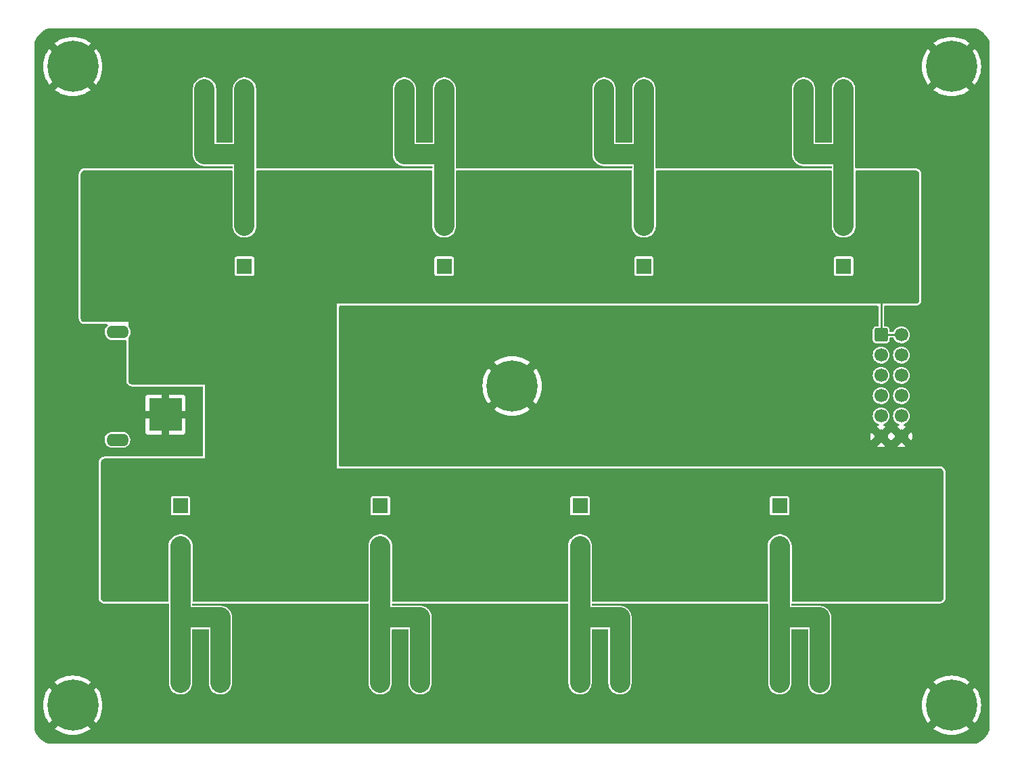
<source format=gbr>
G04 #@! TF.GenerationSoftware,KiCad,Pcbnew,(6.0.5)*
G04 #@! TF.CreationDate,2022-07-13T14:18:21-07:00*
G04 #@! TF.ProjectId,solid_state_relays_24v,736f6c69-645f-4737-9461-74655f72656c,0.0.10*
G04 #@! TF.SameCoordinates,PX2faf080PY8583b00*
G04 #@! TF.FileFunction,Copper,L2,Bot*
G04 #@! TF.FilePolarity,Positive*
%FSLAX46Y46*%
G04 Gerber Fmt 4.6, Leading zero omitted, Abs format (unit mm)*
G04 Created by KiCad (PCBNEW (6.0.5)) date 2022-07-13 14:18:21*
%MOMM*%
%LPD*%
G01*
G04 APERTURE LIST*
G04 Aperture macros list*
%AMRoundRect*
0 Rectangle with rounded corners*
0 $1 Rounding radius*
0 $2 $3 $4 $5 $6 $7 $8 $9 X,Y pos of 4 corners*
0 Add a 4 corners polygon primitive as box body*
4,1,4,$2,$3,$4,$5,$6,$7,$8,$9,$2,$3,0*
0 Add four circle primitives for the rounded corners*
1,1,$1+$1,$2,$3*
1,1,$1+$1,$4,$5*
1,1,$1+$1,$6,$7*
1,1,$1+$1,$8,$9*
0 Add four rect primitives between the rounded corners*
20,1,$1+$1,$2,$3,$4,$5,0*
20,1,$1+$1,$4,$5,$6,$7,0*
20,1,$1+$1,$6,$7,$8,$9,0*
20,1,$1+$1,$8,$9,$2,$3,0*%
G04 Aperture macros list end*
G04 #@! TA.AperFunction,ComponentPad*
%ADD10C,0.800000*%
G04 #@! TD*
G04 #@! TA.AperFunction,ComponentPad*
%ADD11C,6.400000*%
G04 #@! TD*
G04 #@! TA.AperFunction,ComponentPad*
%ADD12R,1.950000X1.950000*%
G04 #@! TD*
G04 #@! TA.AperFunction,ComponentPad*
%ADD13C,1.950000*%
G04 #@! TD*
G04 #@! TA.AperFunction,ComponentPad*
%ADD14RoundRect,0.250000X-0.600000X-0.600000X0.600000X-0.600000X0.600000X0.600000X-0.600000X0.600000X0*%
G04 #@! TD*
G04 #@! TA.AperFunction,ComponentPad*
%ADD15C,1.700000*%
G04 #@! TD*
G04 #@! TA.AperFunction,WasherPad*
%ADD16O,2.800000X1.600000*%
G04 #@! TD*
G04 #@! TA.AperFunction,ComponentPad*
%ADD17R,4.050000X4.050000*%
G04 #@! TD*
G04 #@! TA.AperFunction,ComponentPad*
%ADD18C,4.050000*%
G04 #@! TD*
G04 #@! TA.AperFunction,ComponentPad*
%ADD19R,1.920000X1.920000*%
G04 #@! TD*
G04 #@! TA.AperFunction,ComponentPad*
%ADD20C,1.920000*%
G04 #@! TD*
G04 #@! TA.AperFunction,ViaPad*
%ADD21C,0.800000*%
G04 #@! TD*
G04 #@! TA.AperFunction,Conductor*
%ADD22C,0.250000*%
G04 #@! TD*
G04 #@! TA.AperFunction,Conductor*
%ADD23C,2.500000*%
G04 #@! TD*
G04 APERTURE END LIST*
D10*
G04 #@! TO.P,H1,1,1*
G04 #@! TO.N,GNDPWR*
X3302944Y86697056D03*
D11*
X5000000Y85000000D03*
D10*
X7400000Y85000000D03*
X3302944Y83302944D03*
X6697056Y86697056D03*
X5000000Y87400000D03*
X2600000Y85000000D03*
X5000000Y82600000D03*
X6697056Y83302944D03*
G04 #@! TD*
G04 #@! TO.P,H4,1,1*
G04 #@! TO.N,GNDPWR*
X3302944Y6697056D03*
X6697056Y3302944D03*
X6697056Y6697056D03*
X7400000Y5000000D03*
X3302944Y3302944D03*
X2600000Y5000000D03*
X5000000Y2600000D03*
X5000000Y7400000D03*
D11*
X5000000Y5000000D03*
G04 #@! TD*
G04 #@! TO.P,HQ2,1,1*
G04 #@! TO.N,+BATT*
X35250000Y62540000D03*
D10*
X36947056Y64237056D03*
X36947056Y60842944D03*
X35250000Y64940000D03*
X32850000Y62540000D03*
X33552944Y60842944D03*
X37650000Y62540000D03*
X35250000Y60140000D03*
X33552944Y64237056D03*
G04 #@! TD*
G04 #@! TO.P,H2,1,1*
G04 #@! TO.N,GNDPWR*
X113302944Y83302944D03*
X115000000Y87400000D03*
D11*
X115000000Y85000000D03*
D10*
X112600000Y85000000D03*
X115000000Y82600000D03*
X116697056Y86697056D03*
X113302944Y86697056D03*
X117400000Y85000000D03*
X116697056Y83302944D03*
G04 #@! TD*
G04 #@! TO.P,HQ1,1,1*
G04 #@! TO.N,+BATT*
X10250000Y64940000D03*
X7850000Y62540000D03*
D11*
X10250000Y62540000D03*
D10*
X8552944Y64237056D03*
X11947056Y60842944D03*
X12650000Y62540000D03*
X10250000Y60140000D03*
X11947056Y64237056D03*
X8552944Y60842944D03*
G04 #@! TD*
D12*
G04 #@! TO.P,J2,1,1*
G04 #@! TO.N,OUT2*
X51500000Y74000000D03*
D13*
G04 #@! TO.P,J2,2,2*
X51500000Y82200000D03*
G04 #@! TO.P,J2,3,3*
X46500000Y74000000D03*
G04 #@! TO.P,J2,4,4*
X46500000Y82200000D03*
G04 #@! TD*
D11*
G04 #@! TO.P,H3,1,1*
G04 #@! TO.N,GNDPWR*
X115000000Y5000000D03*
D10*
X116697056Y6697056D03*
X117400000Y5000000D03*
X116697056Y3302944D03*
X115000000Y7400000D03*
X112600000Y5000000D03*
X115000000Y2600000D03*
X113302944Y3302944D03*
X113302944Y6697056D03*
G04 #@! TD*
D12*
G04 #@! TO.P,J1,1,1*
G04 #@! TO.N,OUT1*
X26500000Y74000000D03*
D13*
G04 #@! TO.P,J1,2,2*
X26500000Y82200000D03*
G04 #@! TO.P,J1,3,3*
X21500000Y74000000D03*
G04 #@! TO.P,J1,4,4*
X21500000Y82200000D03*
G04 #@! TD*
D10*
G04 #@! TO.P,HQ7,1,1*
G04 #@! TO.N,+BATT*
X62150000Y27460000D03*
X59750000Y29860000D03*
D11*
X59750000Y27460000D03*
D10*
X61447056Y25762944D03*
X58052944Y25762944D03*
X58052944Y29157056D03*
X57350000Y27460000D03*
X61447056Y29157056D03*
X59750000Y25060000D03*
G04 #@! TD*
D12*
G04 #@! TO.P,J6,1,1*
G04 #@! TO.N,OUT6*
X68500000Y16000000D03*
D13*
G04 #@! TO.P,J6,2,2*
X68500000Y7800000D03*
G04 #@! TO.P,J6,3,3*
X73500000Y16000000D03*
G04 #@! TO.P,J6,4,4*
X73500000Y7800000D03*
G04 #@! TD*
D12*
G04 #@! TO.P,J4,1,1*
G04 #@! TO.N,OUT4*
X101500000Y74000000D03*
D13*
G04 #@! TO.P,J4,2,2*
X101500000Y82200000D03*
G04 #@! TO.P,J4,3,3*
X96500000Y74000000D03*
G04 #@! TO.P,J4,4,4*
X96500000Y82200000D03*
G04 #@! TD*
D12*
G04 #@! TO.P,J3,1,1*
G04 #@! TO.N,OUT3*
X76500000Y74000000D03*
D13*
G04 #@! TO.P,J3,2,2*
X76500000Y82200000D03*
G04 #@! TO.P,J3,3,3*
X71500000Y74000000D03*
G04 #@! TO.P,J3,4,4*
X71500000Y82200000D03*
G04 #@! TD*
D14*
G04 #@! TO.P,JCNTL1,1,Pin_1*
G04 #@! TO.N,+BATT*
X106200000Y51400000D03*
D15*
G04 #@! TO.P,JCNTL1,2,Pin_2*
X108740000Y51400000D03*
G04 #@! TO.P,JCNTL1,3,Pin_3*
G04 #@! TO.N,/a3*
X106200000Y48860000D03*
G04 #@! TO.P,JCNTL1,4,Pin_4*
G04 #@! TO.N,/a4*
X108740000Y48860000D03*
G04 #@! TO.P,JCNTL1,5,Pin_5*
G04 #@! TO.N,/a1*
X106200000Y46320000D03*
G04 #@! TO.P,JCNTL1,6,Pin_6*
G04 #@! TO.N,/a2*
X108740000Y46320000D03*
G04 #@! TO.P,JCNTL1,7,Pin_7*
G04 #@! TO.N,/a8*
X106200000Y43780000D03*
G04 #@! TO.P,JCNTL1,8,Pin_8*
G04 #@! TO.N,/a7*
X108740000Y43780000D03*
G04 #@! TO.P,JCNTL1,9,Pin_9*
G04 #@! TO.N,/a6*
X106200000Y41240000D03*
G04 #@! TO.P,JCNTL1,10,Pin_10*
G04 #@! TO.N,/a5*
X108740000Y41240000D03*
G04 #@! TO.P,JCNTL1,11,Pin_11*
G04 #@! TO.N,GNDPWR*
X106200000Y38700000D03*
G04 #@! TO.P,JCNTL1,12,Pin_12*
X108740000Y38700000D03*
G04 #@! TD*
D10*
G04 #@! TO.P,HQ6,1,1*
G04 #@! TO.N,+BATT*
X83052944Y25762944D03*
X86447056Y29157056D03*
X82350000Y27460000D03*
D11*
X84750000Y27460000D03*
D10*
X84750000Y29860000D03*
X84750000Y25060000D03*
X87150000Y27460000D03*
X86447056Y25762944D03*
X83052944Y29157056D03*
G04 #@! TD*
G04 #@! TO.P,HQ8,1,1*
G04 #@! TO.N,+BATT*
X36447056Y29157056D03*
X36447056Y25762944D03*
X34750000Y25060000D03*
D11*
X34750000Y27460000D03*
D10*
X32350000Y27460000D03*
X33052944Y25762944D03*
X37150000Y27460000D03*
X33052944Y29157056D03*
X34750000Y29860000D03*
G04 #@! TD*
D12*
G04 #@! TO.P,J8,1,1*
G04 #@! TO.N,OUT8*
X18500000Y16000000D03*
D13*
G04 #@! TO.P,J8,2,2*
X18500000Y7800000D03*
G04 #@! TO.P,J8,3,3*
X23500000Y16000000D03*
G04 #@! TO.P,J8,4,4*
X23500000Y7800000D03*
G04 #@! TD*
D16*
G04 #@! TO.P,JPWR1,*
G04 #@! TO.N,*
X10600000Y51750000D03*
X10600000Y38250000D03*
D17*
G04 #@! TO.P,JPWR1,N,N*
G04 #@! TO.N,GNDPWR*
X16600000Y41400000D03*
D18*
G04 #@! TO.P,JPWR1,P,P*
G04 #@! TO.N,+BATT*
X16600000Y48600000D03*
G04 #@! TD*
D10*
G04 #@! TO.P,HC1,1,1*
G04 #@! TO.N,GNDPWR*
X58302944Y43302944D03*
X61697056Y43302944D03*
X58302944Y46697056D03*
D11*
X60000000Y45000000D03*
D10*
X60000000Y42600000D03*
X62400000Y45000000D03*
X57600000Y45000000D03*
X60000000Y47400000D03*
X61697056Y46697056D03*
G04 #@! TD*
D12*
G04 #@! TO.P,J7,1,1*
G04 #@! TO.N,OUT7*
X43500000Y16000000D03*
D13*
G04 #@! TO.P,J7,2,2*
X43500000Y7800000D03*
G04 #@! TO.P,J7,3,3*
X48500000Y16000000D03*
G04 #@! TO.P,J7,4,4*
X48500000Y7800000D03*
G04 #@! TD*
D12*
G04 #@! TO.P,J5,1,1*
G04 #@! TO.N,OUT5*
X93500000Y16000000D03*
D13*
G04 #@! TO.P,J5,2,2*
X93500000Y7800000D03*
G04 #@! TO.P,J5,3,3*
X98500000Y16000000D03*
G04 #@! TO.P,J5,4,4*
X98500000Y7800000D03*
G04 #@! TD*
D11*
G04 #@! TO.P,HQ5,1,1*
G04 #@! TO.N,+BATT*
X109750000Y27460000D03*
D10*
X108052944Y25762944D03*
X112150000Y27460000D03*
X107350000Y27460000D03*
X111447056Y29157056D03*
X109750000Y25060000D03*
X111447056Y25762944D03*
X108052944Y29157056D03*
X109750000Y29860000D03*
G04 #@! TD*
G04 #@! TO.P,HQ4,1,1*
G04 #@! TO.N,+BATT*
X83552944Y60842944D03*
X85250000Y64940000D03*
D11*
X85250000Y62540000D03*
D10*
X87650000Y62540000D03*
X86947056Y60842944D03*
X83552944Y64237056D03*
X85250000Y60140000D03*
X86947056Y64237056D03*
X82850000Y62540000D03*
G04 #@! TD*
G04 #@! TO.P,HQ3,1,1*
G04 #@! TO.N,+BATT*
X60250000Y64940000D03*
X58552944Y60842944D03*
X61947056Y60842944D03*
X58552944Y64237056D03*
D11*
X60250000Y62540000D03*
D10*
X57850000Y62540000D03*
X62650000Y62540000D03*
X61947056Y64237056D03*
X60250000Y60140000D03*
G04 #@! TD*
D19*
G04 #@! TO.P,Q5,1*
G04 #@! TO.N,/a5*
X93500000Y30000000D03*
D20*
G04 #@! TO.P,Q5,2*
G04 #@! TO.N,+BATT*
X93500000Y27460000D03*
G04 #@! TO.P,Q5,3*
G04 #@! TO.N,OUT5*
X93500000Y24920000D03*
G04 #@! TD*
D19*
G04 #@! TO.P,Q4,1*
G04 #@! TO.N,/a4*
X101500000Y60000000D03*
D20*
G04 #@! TO.P,Q4,2*
G04 #@! TO.N,+BATT*
X101500000Y62500000D03*
G04 #@! TO.P,Q4,3*
G04 #@! TO.N,OUT4*
X101500000Y65080000D03*
G04 #@! TD*
D19*
G04 #@! TO.P,Q1,1*
G04 #@! TO.N,/a1*
X26500000Y60000000D03*
D20*
G04 #@! TO.P,Q1,2*
G04 #@! TO.N,+BATT*
X26500000Y62540000D03*
G04 #@! TO.P,Q1,3*
G04 #@! TO.N,OUT1*
X26500000Y65080000D03*
G04 #@! TD*
D19*
G04 #@! TO.P,Q8,1*
G04 #@! TO.N,/a8*
X18500000Y30000000D03*
D20*
G04 #@! TO.P,Q8,2*
G04 #@! TO.N,+BATT*
X18500000Y27460000D03*
G04 #@! TO.P,Q8,3*
G04 #@! TO.N,OUT8*
X18500000Y24920000D03*
G04 #@! TD*
D19*
G04 #@! TO.P,Q2,1*
G04 #@! TO.N,/a2*
X51500000Y60000000D03*
D20*
G04 #@! TO.P,Q2,2*
G04 #@! TO.N,+BATT*
X51500000Y62540000D03*
G04 #@! TO.P,Q2,3*
G04 #@! TO.N,OUT2*
X51500000Y65080000D03*
G04 #@! TD*
D19*
G04 #@! TO.P,Q3,1*
G04 #@! TO.N,/a3*
X76500000Y60000000D03*
D20*
G04 #@! TO.P,Q3,2*
G04 #@! TO.N,+BATT*
X76500000Y62540000D03*
G04 #@! TO.P,Q3,3*
G04 #@! TO.N,OUT3*
X76500000Y65080000D03*
G04 #@! TD*
D19*
G04 #@! TO.P,Q6,1*
G04 #@! TO.N,/a6*
X68500000Y30000000D03*
D20*
G04 #@! TO.P,Q6,2*
G04 #@! TO.N,+BATT*
X68500000Y27460000D03*
G04 #@! TO.P,Q6,3*
G04 #@! TO.N,OUT6*
X68500000Y24920000D03*
G04 #@! TD*
D19*
G04 #@! TO.P,Q7,1*
G04 #@! TO.N,/a7*
X43500000Y30000000D03*
D20*
G04 #@! TO.P,Q7,2*
G04 #@! TO.N,+BATT*
X43500000Y27460000D03*
G04 #@! TO.P,Q7,3*
G04 #@! TO.N,OUT7*
X43500000Y24920000D03*
G04 #@! TD*
D21*
G04 #@! TO.N,GNDPWR*
X13600000Y44400000D03*
X75000000Y53200000D03*
X14600000Y37400000D03*
X2000000Y58450000D03*
X54000000Y36750000D03*
X48000000Y53200000D03*
X12600000Y37400000D03*
X117000000Y47000000D03*
X39000000Y36750000D03*
X96000000Y53200000D03*
X20600000Y39400000D03*
X62400000Y86500000D03*
X12600000Y39400000D03*
X60000000Y36750000D03*
X4500000Y35100000D03*
X63000000Y53200000D03*
X113000000Y47000000D03*
X19600000Y44400000D03*
X32600000Y3200000D03*
X12400000Y86500000D03*
X66000000Y53200000D03*
X66000000Y36750000D03*
X13600000Y40400000D03*
X20600000Y37400000D03*
X93000000Y36750000D03*
X13600000Y38400000D03*
X54000000Y53200000D03*
X57000000Y36750000D03*
X37400000Y86500000D03*
X13600000Y42400000D03*
X1300000Y56700000D03*
X81000000Y53200000D03*
X4500000Y31600000D03*
X82600000Y3200000D03*
X2000000Y54950000D03*
X113000000Y43000000D03*
X51000000Y53200000D03*
X20600000Y43400000D03*
X18600000Y37400000D03*
X84000000Y53200000D03*
X12600000Y41400000D03*
X51000000Y36750000D03*
X57600000Y3200000D03*
X107600000Y3200000D03*
X45000000Y53200000D03*
X57000000Y53200000D03*
X113000000Y45000000D03*
X15600000Y44400000D03*
X17600000Y44400000D03*
X72000000Y36750000D03*
X5350000Y76000000D03*
X115000000Y43000000D03*
X60000000Y53200000D03*
X45000000Y36750000D03*
X81000000Y36750000D03*
X17600000Y38400000D03*
X90000000Y53200000D03*
X69000000Y36750000D03*
X87000000Y53200000D03*
X69000000Y53200000D03*
X96000000Y36750000D03*
X87000000Y36750000D03*
X115000000Y47000000D03*
X19600000Y42400000D03*
X115000000Y45000000D03*
X63000000Y36750000D03*
X42000000Y53200000D03*
X87400000Y86500000D03*
X16600000Y37400000D03*
X78000000Y53200000D03*
X19600000Y38400000D03*
X117000000Y45000000D03*
X12600000Y43400000D03*
X3800000Y33350000D03*
X90000000Y36750000D03*
X75000000Y36750000D03*
X42000000Y36750000D03*
X117000000Y43000000D03*
X19600000Y40400000D03*
X93000000Y53200000D03*
X39000000Y53200000D03*
X48000000Y36750000D03*
X15600000Y38400000D03*
X72000000Y53200000D03*
X78000000Y36750000D03*
X20600000Y41400000D03*
X84000000Y36750000D03*
G04 #@! TO.N,+BATT*
X23400000Y56000000D03*
X92200000Y28450000D03*
X14600000Y52600000D03*
X44800000Y28450000D03*
X11000000Y31600000D03*
X19800000Y26450000D03*
X100200000Y63500000D03*
X85250000Y21400000D03*
X77800000Y63500000D03*
X102800000Y61500000D03*
X18600000Y46600000D03*
X31250000Y68600000D03*
X8500000Y58450000D03*
X13600000Y51600000D03*
X18600000Y50600000D03*
X13600000Y49600000D03*
X37000000Y22100000D03*
X69800000Y26450000D03*
X18600000Y52600000D03*
X83000000Y67900000D03*
X88750000Y21400000D03*
X14600000Y50600000D03*
X19600000Y51600000D03*
X13600000Y47600000D03*
X20600000Y50600000D03*
X12600000Y50600000D03*
X44800000Y26450000D03*
X98400000Y56000000D03*
X94800000Y28450000D03*
X90400000Y34000000D03*
X12000000Y22100000D03*
X75200000Y61500000D03*
X52800000Y61500000D03*
X69800000Y28450000D03*
X100200000Y61500000D03*
X34750000Y68600000D03*
X81250000Y68600000D03*
X27800000Y61500000D03*
X19600000Y45600000D03*
X42200000Y26450000D03*
X27800000Y63500000D03*
X25200000Y63500000D03*
X94800000Y26450000D03*
X17200000Y26450000D03*
X65400000Y34000000D03*
X50200000Y61500000D03*
X33000000Y67900000D03*
X15400000Y34000000D03*
X11700000Y33350000D03*
X106250000Y68600000D03*
X75200000Y63500000D03*
X106150000Y56000000D03*
X50200000Y63500000D03*
X13600000Y45600000D03*
X92200000Y26450000D03*
X9200000Y56700000D03*
X10250000Y21400000D03*
X60250000Y21400000D03*
X56250000Y68600000D03*
X77800000Y61500000D03*
X25200000Y61500000D03*
X58000000Y67900000D03*
X17600000Y45600000D03*
X73400000Y56000000D03*
X35250000Y21400000D03*
X20600000Y48600000D03*
X20600000Y46600000D03*
X67200000Y28450000D03*
X102800000Y63500000D03*
X20600000Y52600000D03*
X17200000Y28450000D03*
X42200000Y28450000D03*
X14600000Y46600000D03*
X19600000Y47600000D03*
X15600000Y45600000D03*
X40400000Y34000000D03*
X108700000Y56000000D03*
X15600000Y51600000D03*
X12600000Y46600000D03*
X62000000Y22100000D03*
X109750000Y68600000D03*
X19800000Y28450000D03*
X17600000Y51600000D03*
X59750000Y68600000D03*
X13750000Y21400000D03*
X19600000Y49600000D03*
X48400000Y56000000D03*
X84750000Y68600000D03*
X38750000Y21400000D03*
X12600000Y48600000D03*
X63750000Y21400000D03*
X87000000Y22100000D03*
X52800000Y63500000D03*
X11000000Y35100000D03*
X8500000Y54950000D03*
X16600000Y52600000D03*
X67200000Y26450000D03*
X108000000Y67900000D03*
X12600000Y52600000D03*
G04 #@! TO.N,OUT1*
X26500000Y71500000D03*
X26500000Y80100000D03*
X26500000Y69500000D03*
X24000000Y74000000D03*
X26500000Y67500000D03*
X26500000Y76100000D03*
X26500000Y78150000D03*
G04 #@! TO.N,OUT2*
X51500000Y69500000D03*
X49000000Y74000000D03*
X51500000Y67500000D03*
X51500000Y78150000D03*
X51500000Y80100000D03*
X51500000Y71500000D03*
X51500000Y76100000D03*
G04 #@! TO.N,OUT3*
X76500000Y71500000D03*
X76500000Y69500000D03*
X74000000Y74000000D03*
X76500000Y76100000D03*
X76500000Y80100000D03*
X76500000Y67500000D03*
X76500000Y78150000D03*
G04 #@! TO.N,OUT4*
X101500000Y78150000D03*
X101500000Y69500000D03*
X99000000Y74000000D03*
X101500000Y67500000D03*
X101500000Y76100000D03*
X101500000Y80100000D03*
X101500000Y71500000D03*
G04 #@! TO.N,OUT5*
X96000000Y16000000D03*
X93500000Y9900000D03*
X93500000Y13900000D03*
X93500000Y18500000D03*
X93500000Y20500000D03*
X93500000Y22500000D03*
X93500000Y11850000D03*
G04 #@! TO.N,OUT6*
X68500000Y9900000D03*
X68500000Y13900000D03*
X68500000Y22500000D03*
X68500000Y18500000D03*
X68500000Y11850000D03*
X71000000Y16000000D03*
X68500000Y20500000D03*
G04 #@! TO.N,OUT7*
X43500000Y18500000D03*
X43500000Y11850000D03*
X43500000Y22500000D03*
X43500000Y9900000D03*
X46000000Y16000000D03*
X43500000Y20500000D03*
X43500000Y13900000D03*
G04 #@! TO.N,OUT8*
X18500000Y22500000D03*
X18500000Y13900000D03*
X21000000Y16000000D03*
X18500000Y11850000D03*
X18500000Y20500000D03*
X18500000Y18500000D03*
X18500000Y9900000D03*
G04 #@! TD*
D22*
G04 #@! TO.N,+BATT*
X108740000Y51400000D02*
X106200000Y51400000D01*
X106200000Y51400000D02*
X106200000Y56000000D01*
D23*
G04 #@! TO.N,OUT1*
X26500000Y65080000D02*
X26500000Y82200000D01*
X26500000Y74000000D02*
X21500000Y74000000D01*
X21500000Y82200000D02*
X21500000Y74000000D01*
G04 #@! TO.N,OUT2*
X51500000Y74000000D02*
X46500000Y74000000D01*
X46500000Y82200000D02*
X46500000Y74000000D01*
X51500000Y65080000D02*
X51500000Y82200000D01*
G04 #@! TO.N,OUT3*
X76500000Y65080000D02*
X76500000Y82200000D01*
X76500000Y74000000D02*
X71500000Y74000000D01*
X71500000Y82200000D02*
X71500000Y74000000D01*
G04 #@! TO.N,OUT4*
X96500000Y82200000D02*
X96500000Y74000000D01*
X101500000Y74000000D02*
X96500000Y74000000D01*
X101500000Y65080000D02*
X101500000Y82200000D01*
G04 #@! TO.N,OUT5*
X93500000Y24920000D02*
X93500000Y7800000D01*
X98500000Y16000000D02*
X98500000Y7800000D01*
X93500000Y16000000D02*
X98500000Y16000000D01*
G04 #@! TO.N,OUT6*
X68500000Y24920000D02*
X68500000Y7800000D01*
X73500000Y7800000D02*
X73500000Y16000000D01*
X68500000Y16000000D02*
X73500000Y16000000D01*
G04 #@! TO.N,OUT7*
X43500000Y16000000D02*
X48500000Y16000000D01*
X48500000Y16000000D02*
X48500000Y7800000D01*
X43500000Y24920000D02*
X43500000Y7800000D01*
G04 #@! TO.N,OUT8*
X18500000Y24920000D02*
X18500000Y7800000D01*
X23500000Y16000000D02*
X23500000Y7800000D01*
X18500000Y16000000D02*
X23500000Y16000000D01*
G04 #@! TD*
G04 #@! TA.AperFunction,Conductor*
G04 #@! TO.N,+BATT*
G36*
X24941621Y71979998D02*
G01*
X24988114Y71926342D01*
X24999500Y71874000D01*
X24999500Y65017446D01*
X24999712Y65014873D01*
X24999712Y65014862D01*
X25014151Y64839240D01*
X25014152Y64839234D01*
X25014575Y64834089D01*
X25074684Y64594783D01*
X25173072Y64368507D01*
X25307095Y64161339D01*
X25310575Y64157514D01*
X25310577Y64157512D01*
X25336766Y64128731D01*
X25473154Y63978842D01*
X25477205Y63975643D01*
X25477209Y63975639D01*
X25662736Y63829119D01*
X25662741Y63829116D01*
X25666790Y63825918D01*
X25671306Y63823425D01*
X25671309Y63823423D01*
X25878278Y63709170D01*
X25878282Y63709168D01*
X25882802Y63706673D01*
X25887671Y63704949D01*
X25887675Y63704947D01*
X26110515Y63626035D01*
X26110519Y63626034D01*
X26115390Y63624309D01*
X26120483Y63623402D01*
X26120486Y63623401D01*
X26353217Y63581945D01*
X26353223Y63581944D01*
X26358306Y63581039D01*
X26437676Y63580069D01*
X26599858Y63578088D01*
X26599860Y63578088D01*
X26605028Y63578025D01*
X26848930Y63615347D01*
X27083460Y63692003D01*
X27302321Y63805935D01*
X27306454Y63809038D01*
X27306457Y63809040D01*
X27495501Y63950978D01*
X27495504Y63950980D01*
X27499636Y63954083D01*
X27670104Y64132468D01*
X27689799Y64161339D01*
X27806230Y64332021D01*
X27809149Y64336300D01*
X27913035Y64560104D01*
X27978974Y64797871D01*
X28000500Y64999292D01*
X28000500Y71874000D01*
X28020502Y71942121D01*
X28074158Y71988614D01*
X28126500Y72000000D01*
X49873500Y72000000D01*
X49941621Y71979998D01*
X49988114Y71926342D01*
X49999500Y71874000D01*
X49999500Y65017446D01*
X49999712Y65014873D01*
X49999712Y65014862D01*
X50014151Y64839240D01*
X50014152Y64839234D01*
X50014575Y64834089D01*
X50074684Y64594783D01*
X50173072Y64368507D01*
X50307095Y64161339D01*
X50310575Y64157514D01*
X50310577Y64157512D01*
X50336766Y64128731D01*
X50473154Y63978842D01*
X50477205Y63975643D01*
X50477209Y63975639D01*
X50662736Y63829119D01*
X50662741Y63829116D01*
X50666790Y63825918D01*
X50671306Y63823425D01*
X50671309Y63823423D01*
X50878278Y63709170D01*
X50878282Y63709168D01*
X50882802Y63706673D01*
X50887671Y63704949D01*
X50887675Y63704947D01*
X51110515Y63626035D01*
X51110519Y63626034D01*
X51115390Y63624309D01*
X51120483Y63623402D01*
X51120486Y63623401D01*
X51353217Y63581945D01*
X51353223Y63581944D01*
X51358306Y63581039D01*
X51437676Y63580069D01*
X51599858Y63578088D01*
X51599860Y63578088D01*
X51605028Y63578025D01*
X51848930Y63615347D01*
X52083460Y63692003D01*
X52302321Y63805935D01*
X52306454Y63809038D01*
X52306457Y63809040D01*
X52495501Y63950978D01*
X52495504Y63950980D01*
X52499636Y63954083D01*
X52670104Y64132468D01*
X52689799Y64161339D01*
X52806230Y64332021D01*
X52809149Y64336300D01*
X52913035Y64560104D01*
X52978974Y64797871D01*
X53000500Y64999292D01*
X53000500Y71874000D01*
X53020502Y71942121D01*
X53074158Y71988614D01*
X53126500Y72000000D01*
X74873500Y72000000D01*
X74941621Y71979998D01*
X74988114Y71926342D01*
X74999500Y71874000D01*
X74999500Y65017446D01*
X74999712Y65014873D01*
X74999712Y65014862D01*
X75014151Y64839240D01*
X75014152Y64839234D01*
X75014575Y64834089D01*
X75074684Y64594783D01*
X75173072Y64368507D01*
X75307095Y64161339D01*
X75310575Y64157514D01*
X75310577Y64157512D01*
X75336766Y64128731D01*
X75473154Y63978842D01*
X75477205Y63975643D01*
X75477209Y63975639D01*
X75662736Y63829119D01*
X75662741Y63829116D01*
X75666790Y63825918D01*
X75671306Y63823425D01*
X75671309Y63823423D01*
X75878278Y63709170D01*
X75878282Y63709168D01*
X75882802Y63706673D01*
X75887671Y63704949D01*
X75887675Y63704947D01*
X76110515Y63626035D01*
X76110519Y63626034D01*
X76115390Y63624309D01*
X76120483Y63623402D01*
X76120486Y63623401D01*
X76353217Y63581945D01*
X76353223Y63581944D01*
X76358306Y63581039D01*
X76437676Y63580069D01*
X76599858Y63578088D01*
X76599860Y63578088D01*
X76605028Y63578025D01*
X76848930Y63615347D01*
X77083460Y63692003D01*
X77302321Y63805935D01*
X77306454Y63809038D01*
X77306457Y63809040D01*
X77495501Y63950978D01*
X77495504Y63950980D01*
X77499636Y63954083D01*
X77670104Y64132468D01*
X77689799Y64161339D01*
X77806230Y64332021D01*
X77809149Y64336300D01*
X77913035Y64560104D01*
X77978974Y64797871D01*
X78000500Y64999292D01*
X78000500Y71874000D01*
X78020502Y71942121D01*
X78074158Y71988614D01*
X78126500Y72000000D01*
X99873500Y72000000D01*
X99941621Y71979998D01*
X99988114Y71926342D01*
X99999500Y71874000D01*
X99999500Y65017446D01*
X99999712Y65014873D01*
X99999712Y65014862D01*
X100014151Y64839240D01*
X100014152Y64839234D01*
X100014575Y64834089D01*
X100074684Y64594783D01*
X100173072Y64368507D01*
X100307095Y64161339D01*
X100310575Y64157514D01*
X100310577Y64157512D01*
X100336766Y64128731D01*
X100473154Y63978842D01*
X100477205Y63975643D01*
X100477209Y63975639D01*
X100662736Y63829119D01*
X100662741Y63829116D01*
X100666790Y63825918D01*
X100671306Y63823425D01*
X100671309Y63823423D01*
X100878278Y63709170D01*
X100878282Y63709168D01*
X100882802Y63706673D01*
X100887671Y63704949D01*
X100887675Y63704947D01*
X101110515Y63626035D01*
X101110519Y63626034D01*
X101115390Y63624309D01*
X101120483Y63623402D01*
X101120486Y63623401D01*
X101353217Y63581945D01*
X101353223Y63581944D01*
X101358306Y63581039D01*
X101437676Y63580069D01*
X101599858Y63578088D01*
X101599860Y63578088D01*
X101605028Y63578025D01*
X101848930Y63615347D01*
X102083460Y63692003D01*
X102302321Y63805935D01*
X102306454Y63809038D01*
X102306457Y63809040D01*
X102495501Y63950978D01*
X102495504Y63950980D01*
X102499636Y63954083D01*
X102670104Y64132468D01*
X102689799Y64161339D01*
X102806230Y64332021D01*
X102809149Y64336300D01*
X102913035Y64560104D01*
X102978974Y64797871D01*
X103000500Y64999292D01*
X103000500Y71874000D01*
X103020502Y71942121D01*
X103074158Y71988614D01*
X103126500Y72000000D01*
X110491742Y72000000D01*
X110508188Y71998922D01*
X110612963Y71985128D01*
X110644735Y71976615D01*
X110734674Y71939361D01*
X110763160Y71922914D01*
X110840393Y71863651D01*
X110863651Y71840393D01*
X110922914Y71763160D01*
X110939361Y71734674D01*
X110976615Y71644735D01*
X110985128Y71612963D01*
X110998922Y71508188D01*
X111000000Y71491742D01*
X111000000Y55808258D01*
X110998922Y55791812D01*
X110985128Y55687037D01*
X110976615Y55655265D01*
X110939361Y55565326D01*
X110922914Y55536840D01*
X110863651Y55459607D01*
X110840393Y55436349D01*
X110763160Y55377086D01*
X110734674Y55360639D01*
X110644735Y55323385D01*
X110612963Y55314872D01*
X110508188Y55301078D01*
X110491742Y55300000D01*
X38100000Y55300000D01*
X38100000Y34700000D01*
X113491742Y34700000D01*
X113508188Y34698922D01*
X113612963Y34685128D01*
X113644735Y34676615D01*
X113734674Y34639361D01*
X113763160Y34622914D01*
X113840393Y34563651D01*
X113863651Y34540393D01*
X113922914Y34463160D01*
X113939361Y34434674D01*
X113976615Y34344735D01*
X113985128Y34312963D01*
X113998922Y34208188D01*
X114000000Y34191742D01*
X114000000Y18508258D01*
X113998922Y18491812D01*
X113985128Y18387037D01*
X113976615Y18355265D01*
X113939361Y18265326D01*
X113922914Y18236840D01*
X113863651Y18159607D01*
X113840393Y18136349D01*
X113763160Y18077086D01*
X113734674Y18060639D01*
X113644735Y18023385D01*
X113612963Y18014872D01*
X113508188Y18001078D01*
X113491742Y18000000D01*
X95126500Y18000000D01*
X95058379Y18020002D01*
X95011886Y18073658D01*
X95000500Y18126000D01*
X95000500Y24982554D01*
X95000288Y24985138D01*
X94985849Y25160760D01*
X94985848Y25160766D01*
X94985425Y25165911D01*
X94925316Y25405217D01*
X94826928Y25631493D01*
X94692905Y25838661D01*
X94666635Y25867532D01*
X94640243Y25896536D01*
X94526846Y26021158D01*
X94522795Y26024357D01*
X94522791Y26024361D01*
X94337264Y26170881D01*
X94337259Y26170884D01*
X94333210Y26174082D01*
X94328694Y26176575D01*
X94328691Y26176577D01*
X94121722Y26290830D01*
X94121718Y26290832D01*
X94117198Y26293327D01*
X94112329Y26295051D01*
X94112325Y26295053D01*
X93889485Y26373965D01*
X93889481Y26373966D01*
X93884610Y26375691D01*
X93879517Y26376598D01*
X93879514Y26376599D01*
X93646783Y26418055D01*
X93646777Y26418056D01*
X93641694Y26418961D01*
X93562324Y26419931D01*
X93400142Y26421912D01*
X93400140Y26421912D01*
X93394972Y26421975D01*
X93151070Y26384653D01*
X92916540Y26307997D01*
X92697679Y26194065D01*
X92693546Y26190962D01*
X92693543Y26190960D01*
X92504499Y26049022D01*
X92500364Y26045917D01*
X92329896Y25867532D01*
X92326982Y25863260D01*
X92326981Y25863259D01*
X92307238Y25834317D01*
X92190851Y25663700D01*
X92086965Y25439896D01*
X92021026Y25202129D01*
X91999500Y25000708D01*
X91999500Y18126000D01*
X91979498Y18057879D01*
X91925842Y18011386D01*
X91873500Y18000000D01*
X70126500Y18000000D01*
X70058379Y18020002D01*
X70011886Y18073658D01*
X70000500Y18126000D01*
X70000500Y24982554D01*
X70000288Y24985138D01*
X69985849Y25160760D01*
X69985848Y25160766D01*
X69985425Y25165911D01*
X69925316Y25405217D01*
X69826928Y25631493D01*
X69692905Y25838661D01*
X69666635Y25867532D01*
X69640243Y25896536D01*
X69526846Y26021158D01*
X69522795Y26024357D01*
X69522791Y26024361D01*
X69337264Y26170881D01*
X69337259Y26170884D01*
X69333210Y26174082D01*
X69328694Y26176575D01*
X69328691Y26176577D01*
X69121722Y26290830D01*
X69121718Y26290832D01*
X69117198Y26293327D01*
X69112329Y26295051D01*
X69112325Y26295053D01*
X68889485Y26373965D01*
X68889481Y26373966D01*
X68884610Y26375691D01*
X68879517Y26376598D01*
X68879514Y26376599D01*
X68646783Y26418055D01*
X68646777Y26418056D01*
X68641694Y26418961D01*
X68562324Y26419931D01*
X68400142Y26421912D01*
X68400140Y26421912D01*
X68394972Y26421975D01*
X68151070Y26384653D01*
X67916540Y26307997D01*
X67697679Y26194065D01*
X67693546Y26190962D01*
X67693543Y26190960D01*
X67504499Y26049022D01*
X67500364Y26045917D01*
X67329896Y25867532D01*
X67326982Y25863260D01*
X67326981Y25863259D01*
X67307238Y25834317D01*
X67190851Y25663700D01*
X67086965Y25439896D01*
X67021026Y25202129D01*
X66999500Y25000708D01*
X66999500Y18126000D01*
X66979498Y18057879D01*
X66925842Y18011386D01*
X66873500Y18000000D01*
X45126500Y18000000D01*
X45058379Y18020002D01*
X45011886Y18073658D01*
X45000500Y18126000D01*
X45000500Y24982554D01*
X45000288Y24985138D01*
X44985849Y25160760D01*
X44985848Y25160766D01*
X44985425Y25165911D01*
X44925316Y25405217D01*
X44826928Y25631493D01*
X44692905Y25838661D01*
X44666635Y25867532D01*
X44640243Y25896536D01*
X44526846Y26021158D01*
X44522795Y26024357D01*
X44522791Y26024361D01*
X44337264Y26170881D01*
X44337259Y26170884D01*
X44333210Y26174082D01*
X44328694Y26176575D01*
X44328691Y26176577D01*
X44121722Y26290830D01*
X44121718Y26290832D01*
X44117198Y26293327D01*
X44112329Y26295051D01*
X44112325Y26295053D01*
X43889485Y26373965D01*
X43889481Y26373966D01*
X43884610Y26375691D01*
X43879517Y26376598D01*
X43879514Y26376599D01*
X43646783Y26418055D01*
X43646777Y26418056D01*
X43641694Y26418961D01*
X43562324Y26419931D01*
X43400142Y26421912D01*
X43400140Y26421912D01*
X43394972Y26421975D01*
X43151070Y26384653D01*
X42916540Y26307997D01*
X42697679Y26194065D01*
X42693546Y26190962D01*
X42693543Y26190960D01*
X42504499Y26049022D01*
X42500364Y26045917D01*
X42329896Y25867532D01*
X42326982Y25863260D01*
X42326981Y25863259D01*
X42307238Y25834317D01*
X42190851Y25663700D01*
X42086965Y25439896D01*
X42021026Y25202129D01*
X41999500Y25000708D01*
X41999500Y18126000D01*
X41979498Y18057879D01*
X41925842Y18011386D01*
X41873500Y18000000D01*
X20126500Y18000000D01*
X20058379Y18020002D01*
X20011886Y18073658D01*
X20000500Y18126000D01*
X20000500Y24982554D01*
X20000288Y24985138D01*
X19985849Y25160760D01*
X19985848Y25160766D01*
X19985425Y25165911D01*
X19925316Y25405217D01*
X19826928Y25631493D01*
X19692905Y25838661D01*
X19666635Y25867532D01*
X19640243Y25896536D01*
X19526846Y26021158D01*
X19522795Y26024357D01*
X19522791Y26024361D01*
X19337264Y26170881D01*
X19337259Y26170884D01*
X19333210Y26174082D01*
X19328694Y26176575D01*
X19328691Y26176577D01*
X19121722Y26290830D01*
X19121718Y26290832D01*
X19117198Y26293327D01*
X19112329Y26295051D01*
X19112325Y26295053D01*
X18889485Y26373965D01*
X18889481Y26373966D01*
X18884610Y26375691D01*
X18879517Y26376598D01*
X18879514Y26376599D01*
X18646783Y26418055D01*
X18646777Y26418056D01*
X18641694Y26418961D01*
X18562324Y26419931D01*
X18400142Y26421912D01*
X18400140Y26421912D01*
X18394972Y26421975D01*
X18151070Y26384653D01*
X17916540Y26307997D01*
X17697679Y26194065D01*
X17693546Y26190962D01*
X17693543Y26190960D01*
X17504499Y26049022D01*
X17500364Y26045917D01*
X17329896Y25867532D01*
X17326982Y25863260D01*
X17326981Y25863259D01*
X17307238Y25834317D01*
X17190851Y25663700D01*
X17086965Y25439896D01*
X17021026Y25202129D01*
X16999500Y25000708D01*
X16999500Y18126000D01*
X16979498Y18057879D01*
X16925842Y18011386D01*
X16873500Y18000000D01*
X9008258Y18000000D01*
X8991812Y18001078D01*
X8887037Y18014872D01*
X8855265Y18023385D01*
X8765326Y18060639D01*
X8736840Y18077086D01*
X8659607Y18136349D01*
X8636349Y18159607D01*
X8577086Y18236840D01*
X8560639Y18265326D01*
X8523385Y18355265D01*
X8514872Y18387037D01*
X8501078Y18491812D01*
X8500000Y18508258D01*
X8500000Y29015326D01*
X17289500Y29015326D01*
X17304034Y28942260D01*
X17359399Y28859399D01*
X17442260Y28804034D01*
X17515326Y28789500D01*
X19484674Y28789500D01*
X19557740Y28804034D01*
X19640601Y28859399D01*
X19695966Y28942260D01*
X19710500Y29015326D01*
X42289500Y29015326D01*
X42304034Y28942260D01*
X42359399Y28859399D01*
X42442260Y28804034D01*
X42515326Y28789500D01*
X44484674Y28789500D01*
X44557740Y28804034D01*
X44640601Y28859399D01*
X44695966Y28942260D01*
X44710500Y29015326D01*
X67289500Y29015326D01*
X67304034Y28942260D01*
X67359399Y28859399D01*
X67442260Y28804034D01*
X67515326Y28789500D01*
X69484674Y28789500D01*
X69557740Y28804034D01*
X69640601Y28859399D01*
X69695966Y28942260D01*
X69710500Y29015326D01*
X92289500Y29015326D01*
X92304034Y28942260D01*
X92359399Y28859399D01*
X92442260Y28804034D01*
X92515326Y28789500D01*
X94484674Y28789500D01*
X94557740Y28804034D01*
X94640601Y28859399D01*
X94695966Y28942260D01*
X94710500Y29015326D01*
X94710500Y30984674D01*
X94695966Y31057740D01*
X94640601Y31140601D01*
X94557740Y31195966D01*
X94484674Y31210500D01*
X92515326Y31210500D01*
X92442260Y31195966D01*
X92359399Y31140601D01*
X92304034Y31057740D01*
X92289500Y30984674D01*
X92289500Y29015326D01*
X69710500Y29015326D01*
X69710500Y30984674D01*
X69695966Y31057740D01*
X69640601Y31140601D01*
X69557740Y31195966D01*
X69484674Y31210500D01*
X67515326Y31210500D01*
X67442260Y31195966D01*
X67359399Y31140601D01*
X67304034Y31057740D01*
X67289500Y30984674D01*
X67289500Y29015326D01*
X44710500Y29015326D01*
X44710500Y30984674D01*
X44695966Y31057740D01*
X44640601Y31140601D01*
X44557740Y31195966D01*
X44484674Y31210500D01*
X42515326Y31210500D01*
X42442260Y31195966D01*
X42359399Y31140601D01*
X42304034Y31057740D01*
X42289500Y30984674D01*
X42289500Y29015326D01*
X19710500Y29015326D01*
X19710500Y30984674D01*
X19695966Y31057740D01*
X19640601Y31140601D01*
X19557740Y31195966D01*
X19484674Y31210500D01*
X17515326Y31210500D01*
X17442260Y31195966D01*
X17359399Y31140601D01*
X17304034Y31057740D01*
X17289500Y30984674D01*
X17289500Y29015326D01*
X8500000Y29015326D01*
X8500000Y35391742D01*
X8501078Y35408188D01*
X8514872Y35512963D01*
X8523385Y35544735D01*
X8560639Y35634674D01*
X8577086Y35663160D01*
X8636349Y35740393D01*
X8659607Y35763651D01*
X8736840Y35822914D01*
X8765326Y35839361D01*
X8855265Y35876615D01*
X8887037Y35885128D01*
X8991812Y35898922D01*
X9008258Y35900000D01*
X21550000Y35900000D01*
X21550000Y45200000D01*
X12458258Y45200000D01*
X12441812Y45201078D01*
X12337037Y45214872D01*
X12305265Y45223385D01*
X12215326Y45260639D01*
X12186840Y45277086D01*
X12109607Y45336349D01*
X12086349Y45359607D01*
X12027086Y45436840D01*
X12010639Y45465326D01*
X11973385Y45555265D01*
X11964872Y45587037D01*
X11951078Y45691812D01*
X11950000Y45708258D01*
X11950000Y50963121D01*
X11970002Y51031242D01*
X11978907Y51043426D01*
X12075118Y51159725D01*
X12173103Y51340945D01*
X12234023Y51537746D01*
X12234667Y51543872D01*
X12254913Y51736502D01*
X12254913Y51736504D01*
X12255557Y51742631D01*
X12236886Y51947797D01*
X12178720Y52145428D01*
X12083274Y52327998D01*
X12073404Y52340275D01*
X11973100Y52465027D01*
X11950000Y52519055D01*
X11950000Y53000000D01*
X6508258Y53000000D01*
X6491812Y53001078D01*
X6387037Y53014872D01*
X6355265Y53023385D01*
X6265326Y53060639D01*
X6236840Y53077086D01*
X6159607Y53136349D01*
X6136349Y53159607D01*
X6077086Y53236840D01*
X6060639Y53265326D01*
X6023385Y53355265D01*
X6014872Y53387037D01*
X6001078Y53491812D01*
X6000000Y53508258D01*
X6000000Y59015326D01*
X25289500Y59015326D01*
X25304034Y58942260D01*
X25359399Y58859399D01*
X25442260Y58804034D01*
X25515326Y58789500D01*
X27484674Y58789500D01*
X27557740Y58804034D01*
X27640601Y58859399D01*
X27695966Y58942260D01*
X27710500Y59015326D01*
X50289500Y59015326D01*
X50304034Y58942260D01*
X50359399Y58859399D01*
X50442260Y58804034D01*
X50515326Y58789500D01*
X52484674Y58789500D01*
X52557740Y58804034D01*
X52640601Y58859399D01*
X52695966Y58942260D01*
X52710500Y59015326D01*
X75289500Y59015326D01*
X75304034Y58942260D01*
X75359399Y58859399D01*
X75442260Y58804034D01*
X75515326Y58789500D01*
X77484674Y58789500D01*
X77557740Y58804034D01*
X77640601Y58859399D01*
X77695966Y58942260D01*
X77710500Y59015326D01*
X100289500Y59015326D01*
X100304034Y58942260D01*
X100359399Y58859399D01*
X100442260Y58804034D01*
X100515326Y58789500D01*
X102484674Y58789500D01*
X102557740Y58804034D01*
X102640601Y58859399D01*
X102695966Y58942260D01*
X102710500Y59015326D01*
X102710500Y60984674D01*
X102695966Y61057740D01*
X102640601Y61140601D01*
X102557740Y61195966D01*
X102484674Y61210500D01*
X100515326Y61210500D01*
X100442260Y61195966D01*
X100359399Y61140601D01*
X100304034Y61057740D01*
X100289500Y60984674D01*
X100289500Y59015326D01*
X77710500Y59015326D01*
X77710500Y60984674D01*
X77695966Y61057740D01*
X77640601Y61140601D01*
X77557740Y61195966D01*
X77484674Y61210500D01*
X75515326Y61210500D01*
X75442260Y61195966D01*
X75359399Y61140601D01*
X75304034Y61057740D01*
X75289500Y60984674D01*
X75289500Y59015326D01*
X52710500Y59015326D01*
X52710500Y60984674D01*
X52695966Y61057740D01*
X52640601Y61140601D01*
X52557740Y61195966D01*
X52484674Y61210500D01*
X50515326Y61210500D01*
X50442260Y61195966D01*
X50359399Y61140601D01*
X50304034Y61057740D01*
X50289500Y60984674D01*
X50289500Y59015326D01*
X27710500Y59015326D01*
X27710500Y60984674D01*
X27695966Y61057740D01*
X27640601Y61140601D01*
X27557740Y61195966D01*
X27484674Y61210500D01*
X25515326Y61210500D01*
X25442260Y61195966D01*
X25359399Y61140601D01*
X25304034Y61057740D01*
X25289500Y60984674D01*
X25289500Y59015326D01*
X6000000Y59015326D01*
X6000000Y71491742D01*
X6001078Y71508188D01*
X6014872Y71612963D01*
X6023385Y71644735D01*
X6060639Y71734674D01*
X6077086Y71763160D01*
X6136349Y71840393D01*
X6159607Y71863651D01*
X6236840Y71922914D01*
X6265326Y71939361D01*
X6355265Y71976615D01*
X6387037Y71985128D01*
X6491812Y71998922D01*
X6508258Y72000000D01*
X24873500Y72000000D01*
X24941621Y71979998D01*
G37*
G04 #@! TD.AperFunction*
G04 #@! TD*
G04 #@! TA.AperFunction,Conductor*
G04 #@! TO.N,GNDPWR*
G36*
X118091609Y89789909D02*
G01*
X118295118Y89705613D01*
X118307841Y89699486D01*
X118524131Y89579947D01*
X118589906Y89543594D01*
X118601870Y89536076D01*
X118864694Y89349591D01*
X118875740Y89340782D01*
X119116043Y89126035D01*
X119126035Y89116043D01*
X119340782Y88875740D01*
X119349591Y88864694D01*
X119536076Y88601870D01*
X119543594Y88589906D01*
X119652277Y88393260D01*
X119699484Y88307845D01*
X119705613Y88295118D01*
X119737918Y88217127D01*
X119789909Y88091609D01*
X119799500Y88043391D01*
X119799500Y1956609D01*
X119789909Y1908391D01*
X119705615Y1704886D01*
X119699486Y1692159D01*
X119579947Y1475869D01*
X119543594Y1410094D01*
X119536076Y1398130D01*
X119349591Y1135306D01*
X119340782Y1124260D01*
X119126035Y883957D01*
X119116043Y873965D01*
X118875740Y659218D01*
X118864694Y650409D01*
X118601870Y463924D01*
X118589906Y456406D01*
X118307841Y300514D01*
X118295118Y294387D01*
X118091609Y210091D01*
X118043391Y200500D01*
X1956609Y200500D01*
X1908391Y210091D01*
X1704882Y294387D01*
X1692159Y300514D01*
X1410094Y456406D01*
X1398130Y463924D01*
X1135306Y650409D01*
X1124260Y659218D01*
X883957Y873965D01*
X873965Y883957D01*
X659218Y1124260D01*
X650409Y1135306D01*
X463924Y1398130D01*
X456406Y1410094D01*
X420053Y1475869D01*
X300514Y1692159D01*
X294385Y1704886D01*
X210091Y1908391D01*
X200500Y1956609D01*
X200500Y2046948D01*
X2759990Y2046948D01*
X2767447Y2036581D01*
X2814935Y1998126D01*
X2820272Y1994249D01*
X3140685Y1786170D01*
X3146394Y1782873D01*
X3486811Y1609422D01*
X3492836Y1606740D01*
X3849502Y1469829D01*
X3855784Y1467788D01*
X4224816Y1368906D01*
X4231266Y1367535D01*
X4608629Y1307766D01*
X4615167Y1307080D01*
X4996699Y1287084D01*
X5003301Y1287084D01*
X5384833Y1307080D01*
X5391371Y1307766D01*
X5768734Y1367535D01*
X5775184Y1368906D01*
X6144216Y1467788D01*
X6150498Y1469829D01*
X6507164Y1606740D01*
X6513189Y1609422D01*
X6853606Y1782873D01*
X6859315Y1786170D01*
X7179728Y1994249D01*
X7185065Y1998126D01*
X7231603Y2035812D01*
X7239296Y2046948D01*
X112759990Y2046948D01*
X112767447Y2036581D01*
X112814935Y1998126D01*
X112820272Y1994249D01*
X113140685Y1786170D01*
X113146394Y1782873D01*
X113486811Y1609422D01*
X113492836Y1606740D01*
X113849502Y1469829D01*
X113855784Y1467788D01*
X114224816Y1368906D01*
X114231266Y1367535D01*
X114608629Y1307766D01*
X114615167Y1307080D01*
X114996699Y1287084D01*
X115003301Y1287084D01*
X115384833Y1307080D01*
X115391371Y1307766D01*
X115768734Y1367535D01*
X115775184Y1368906D01*
X116144216Y1467788D01*
X116150498Y1469829D01*
X116507164Y1606740D01*
X116513189Y1609422D01*
X116853606Y1782873D01*
X116859315Y1786170D01*
X117179728Y1994249D01*
X117185065Y1998126D01*
X117231603Y2035812D01*
X117240069Y2048067D01*
X117233735Y2059158D01*
X115012812Y4280081D01*
X114998868Y4287695D01*
X114997035Y4287564D01*
X114990420Y4283313D01*
X112767131Y2060024D01*
X112759990Y2046948D01*
X7239296Y2046948D01*
X7240069Y2048067D01*
X7233735Y2059158D01*
X5012812Y4280081D01*
X4998868Y4287695D01*
X4997035Y4287564D01*
X4990420Y4283313D01*
X2767131Y2060024D01*
X2759990Y2046948D01*
X200500Y2046948D01*
X200500Y4996699D01*
X1287084Y4996699D01*
X1307080Y4615167D01*
X1307766Y4608629D01*
X1367535Y4231266D01*
X1368906Y4224816D01*
X1467788Y3855784D01*
X1469829Y3849502D01*
X1606740Y3492836D01*
X1609422Y3486811D01*
X1782872Y3146397D01*
X1786169Y3140687D01*
X1994253Y2820265D01*
X1998123Y2814939D01*
X2035812Y2768397D01*
X2048067Y2759931D01*
X2059158Y2766265D01*
X4280081Y4987188D01*
X4286459Y4998868D01*
X5712305Y4998868D01*
X5712436Y4997035D01*
X5716687Y4990420D01*
X7939976Y2767131D01*
X7953052Y2759990D01*
X7963419Y2767447D01*
X8001877Y2814939D01*
X8005747Y2820265D01*
X8213831Y3140687D01*
X8217128Y3146397D01*
X8390578Y3486811D01*
X8393260Y3492836D01*
X8530171Y3849502D01*
X8532212Y3855784D01*
X8631094Y4224816D01*
X8632465Y4231266D01*
X8692234Y4608629D01*
X8692920Y4615167D01*
X8712916Y4996699D01*
X111287084Y4996699D01*
X111307080Y4615167D01*
X111307766Y4608629D01*
X111367535Y4231266D01*
X111368906Y4224816D01*
X111467788Y3855784D01*
X111469829Y3849502D01*
X111606740Y3492836D01*
X111609422Y3486811D01*
X111782872Y3146397D01*
X111786169Y3140687D01*
X111994253Y2820265D01*
X111998123Y2814939D01*
X112035812Y2768397D01*
X112048067Y2759931D01*
X112059158Y2766265D01*
X114280081Y4987188D01*
X114286459Y4998868D01*
X115712305Y4998868D01*
X115712436Y4997035D01*
X115716687Y4990420D01*
X117939976Y2767131D01*
X117953052Y2759990D01*
X117963419Y2767447D01*
X118001877Y2814939D01*
X118005747Y2820265D01*
X118213831Y3140687D01*
X118217128Y3146397D01*
X118390578Y3486811D01*
X118393260Y3492836D01*
X118530171Y3849502D01*
X118532212Y3855784D01*
X118631094Y4224816D01*
X118632465Y4231266D01*
X118692234Y4608629D01*
X118692920Y4615167D01*
X118712916Y4996699D01*
X118712916Y5003301D01*
X118692920Y5384833D01*
X118692234Y5391371D01*
X118632465Y5768734D01*
X118631094Y5775184D01*
X118532212Y6144216D01*
X118530171Y6150498D01*
X118393260Y6507164D01*
X118390578Y6513189D01*
X118217128Y6853603D01*
X118213831Y6859313D01*
X118005747Y7179735D01*
X118001877Y7185061D01*
X117964188Y7231603D01*
X117951933Y7240069D01*
X117940842Y7233735D01*
X115719919Y5012812D01*
X115712305Y4998868D01*
X114286459Y4998868D01*
X114287695Y5001132D01*
X114287564Y5002965D01*
X114283313Y5009580D01*
X112060024Y7232869D01*
X112046948Y7240010D01*
X112036581Y7232553D01*
X111998123Y7185061D01*
X111994253Y7179735D01*
X111786169Y6859313D01*
X111782872Y6853603D01*
X111609422Y6513189D01*
X111606740Y6507164D01*
X111469829Y6150498D01*
X111467788Y6144216D01*
X111368906Y5775184D01*
X111367535Y5768734D01*
X111307766Y5391371D01*
X111307080Y5384833D01*
X111287084Y5003301D01*
X111287084Y4996699D01*
X8712916Y4996699D01*
X8712916Y5003301D01*
X8692920Y5384833D01*
X8692234Y5391371D01*
X8632465Y5768734D01*
X8631094Y5775184D01*
X8532212Y6144216D01*
X8530171Y6150498D01*
X8393260Y6507164D01*
X8390578Y6513189D01*
X8217128Y6853603D01*
X8213831Y6859313D01*
X8005747Y7179735D01*
X8001877Y7185061D01*
X7964188Y7231603D01*
X7951933Y7240069D01*
X7940842Y7233735D01*
X5719919Y5012812D01*
X5712305Y4998868D01*
X4286459Y4998868D01*
X4287695Y5001132D01*
X4287564Y5002965D01*
X4283313Y5009580D01*
X2060024Y7232869D01*
X2046948Y7240010D01*
X2036581Y7232553D01*
X1998123Y7185061D01*
X1994253Y7179735D01*
X1786169Y6859313D01*
X1782872Y6853603D01*
X1609422Y6513189D01*
X1606740Y6507164D01*
X1469829Y6150498D01*
X1467788Y6144216D01*
X1368906Y5775184D01*
X1367535Y5768734D01*
X1307766Y5391371D01*
X1307080Y5384833D01*
X1287084Y5003301D01*
X1287084Y4996699D01*
X200500Y4996699D01*
X200500Y7951933D01*
X2759931Y7951933D01*
X2766265Y7940842D01*
X4987188Y5719919D01*
X5001132Y5712305D01*
X5002965Y5712436D01*
X5009580Y5716687D01*
X7232869Y7939976D01*
X7240010Y7953052D01*
X7232553Y7963419D01*
X7185065Y8001874D01*
X7179728Y8005751D01*
X6859315Y8213830D01*
X6853606Y8217127D01*
X6513189Y8390578D01*
X6507164Y8393260D01*
X6150498Y8530171D01*
X6144216Y8532212D01*
X5775184Y8631094D01*
X5768734Y8632465D01*
X5391371Y8692234D01*
X5384833Y8692920D01*
X5003301Y8712916D01*
X4996699Y8712916D01*
X4615167Y8692920D01*
X4608629Y8692234D01*
X4231266Y8632465D01*
X4224816Y8631094D01*
X3855784Y8532212D01*
X3849502Y8530171D01*
X3492836Y8393260D01*
X3486811Y8390578D01*
X3146397Y8217128D01*
X3140687Y8213831D01*
X2820265Y8005747D01*
X2814939Y8001877D01*
X2768397Y7964188D01*
X2759931Y7951933D01*
X200500Y7951933D01*
X200500Y38200874D01*
X8995541Y38200874D01*
X9025935Y37999903D01*
X9096119Y37809148D01*
X9099479Y37803728D01*
X9099480Y37803727D01*
X9199863Y37641824D01*
X9199866Y37641820D01*
X9203226Y37636401D01*
X9342881Y37488720D01*
X9509379Y37372137D01*
X9695919Y37291414D01*
X9741947Y37281798D01*
X9890144Y37250838D01*
X9890149Y37250837D01*
X9894880Y37249849D01*
X9899762Y37249593D01*
X9899871Y37249587D01*
X9899887Y37249587D01*
X9901539Y37249500D01*
X11250800Y37249500D01*
X11298793Y37254375D01*
X11395868Y37264235D01*
X11395870Y37264235D01*
X11402216Y37264880D01*
X11596172Y37325662D01*
X11773944Y37424203D01*
X11928271Y37556477D01*
X12052848Y37717081D01*
X12142587Y37899455D01*
X12168752Y37999903D01*
X12192212Y38089966D01*
X12192212Y38089969D01*
X12193822Y38096148D01*
X12199310Y38200874D01*
X12204125Y38292744D01*
X12204125Y38292748D01*
X12204459Y38299126D01*
X12174065Y38500097D01*
X12103881Y38690852D01*
X12100295Y38696636D01*
X12000137Y38858176D01*
X12000134Y38858180D01*
X11996774Y38863599D01*
X11917267Y38947675D01*
X11861508Y39006639D01*
X11861507Y39006640D01*
X11857119Y39011280D01*
X11690621Y39127863D01*
X11504081Y39208586D01*
X11458053Y39218202D01*
X11309856Y39249162D01*
X11309851Y39249163D01*
X11305120Y39250151D01*
X11300238Y39250407D01*
X11300129Y39250413D01*
X11300113Y39250413D01*
X11298461Y39250500D01*
X9949200Y39250500D01*
X9901207Y39245625D01*
X9804132Y39235765D01*
X9804130Y39235765D01*
X9797784Y39235120D01*
X9603828Y39174338D01*
X9426056Y39075797D01*
X9271729Y38943523D01*
X9267822Y38938486D01*
X9267820Y38938484D01*
X9251463Y38917396D01*
X9147152Y38782919D01*
X9057413Y38600545D01*
X9055804Y38594367D01*
X9055803Y38594365D01*
X9029603Y38493780D01*
X9006178Y38403852D01*
X8995541Y38200874D01*
X200500Y38200874D01*
X200500Y39330331D01*
X14067001Y39330331D01*
X14067371Y39323510D01*
X14072895Y39272648D01*
X14076521Y39257396D01*
X14121676Y39136946D01*
X14130214Y39121351D01*
X14206715Y39019276D01*
X14219276Y39006715D01*
X14321351Y38930214D01*
X14336946Y38921676D01*
X14457394Y38876522D01*
X14472649Y38872895D01*
X14523514Y38867369D01*
X14530328Y38867000D01*
X16081885Y38867000D01*
X16097124Y38871475D01*
X16098329Y38872865D01*
X16100000Y38880548D01*
X16100000Y38885116D01*
X17100000Y38885116D01*
X17104475Y38869877D01*
X17105865Y38868672D01*
X17113548Y38867001D01*
X18669669Y38867001D01*
X18676490Y38867371D01*
X18727352Y38872895D01*
X18742604Y38876521D01*
X18863054Y38921676D01*
X18878649Y38930214D01*
X18980724Y39006715D01*
X18993285Y39019276D01*
X19069786Y39121351D01*
X19078324Y39136946D01*
X19123478Y39257394D01*
X19127105Y39272649D01*
X19132631Y39323514D01*
X19133000Y39330328D01*
X19133000Y40881885D01*
X19128525Y40897124D01*
X19127135Y40898329D01*
X19119452Y40900000D01*
X17118115Y40900000D01*
X17102876Y40895525D01*
X17101671Y40894135D01*
X17100000Y40886452D01*
X17100000Y38885116D01*
X16100000Y38885116D01*
X16100000Y40881885D01*
X16095525Y40897124D01*
X16094135Y40898329D01*
X16086452Y40900000D01*
X14085116Y40900000D01*
X14069877Y40895525D01*
X14068672Y40894135D01*
X14067001Y40886452D01*
X14067001Y39330331D01*
X200500Y39330331D01*
X200500Y41918115D01*
X14067000Y41918115D01*
X14071475Y41902876D01*
X14072865Y41901671D01*
X14080548Y41900000D01*
X16081885Y41900000D01*
X16097124Y41904475D01*
X16098329Y41905865D01*
X16100000Y41913548D01*
X16100000Y41918115D01*
X17100000Y41918115D01*
X17104475Y41902876D01*
X17105865Y41901671D01*
X17113548Y41900000D01*
X19114884Y41900000D01*
X19130123Y41904475D01*
X19131328Y41905865D01*
X19132999Y41913548D01*
X19132999Y43469669D01*
X19132629Y43476490D01*
X19127105Y43527352D01*
X19123479Y43542604D01*
X19078324Y43663054D01*
X19069786Y43678649D01*
X18993285Y43780724D01*
X18980724Y43793285D01*
X18878649Y43869786D01*
X18863054Y43878324D01*
X18742606Y43923478D01*
X18727351Y43927105D01*
X18676486Y43932631D01*
X18669672Y43933000D01*
X17118115Y43933000D01*
X17102876Y43928525D01*
X17101671Y43927135D01*
X17100000Y43919452D01*
X17100000Y41918115D01*
X16100000Y41918115D01*
X16100000Y43914884D01*
X16095525Y43930123D01*
X16094135Y43931328D01*
X16086452Y43932999D01*
X14530331Y43932999D01*
X14523510Y43932629D01*
X14472648Y43927105D01*
X14457396Y43923479D01*
X14336946Y43878324D01*
X14321351Y43869786D01*
X14219276Y43793285D01*
X14206715Y43780724D01*
X14130214Y43678649D01*
X14121676Y43663054D01*
X14076522Y43542606D01*
X14072895Y43527351D01*
X14067369Y43476486D01*
X14067000Y43469672D01*
X14067000Y41918115D01*
X200500Y41918115D01*
X200500Y53508258D01*
X5744500Y53508258D01*
X5745047Y53491546D01*
X5746125Y53475100D01*
X5747764Y53458462D01*
X5761558Y53353687D01*
X5768077Y53320911D01*
X5768604Y53318946D01*
X5768607Y53318931D01*
X5776052Y53291146D01*
X5776590Y53289139D01*
X5787334Y53257489D01*
X5824588Y53167550D01*
X5839372Y53137573D01*
X5855819Y53109087D01*
X5856960Y53107380D01*
X5856967Y53107368D01*
X5868601Y53089956D01*
X5874384Y53081301D01*
X5933647Y53004068D01*
X5955683Y52978941D01*
X5978941Y52955683D01*
X6004068Y52933647D01*
X6081301Y52874384D01*
X6083027Y52873231D01*
X6107368Y52856967D01*
X6107380Y52856960D01*
X6109087Y52855819D01*
X6137573Y52839372D01*
X6167550Y52824588D01*
X6169434Y52823808D01*
X6169442Y52823804D01*
X6215645Y52804667D01*
X6257489Y52787334D01*
X6289139Y52776590D01*
X6291139Y52776054D01*
X6291146Y52776052D01*
X6318931Y52768607D01*
X6318946Y52768604D01*
X6320911Y52768077D01*
X6353687Y52761558D01*
X6355710Y52761292D01*
X6355720Y52761290D01*
X6401553Y52755256D01*
X6458462Y52747764D01*
X6459456Y52747666D01*
X6459474Y52747664D01*
X6474054Y52746228D01*
X6475100Y52746125D01*
X6491546Y52745047D01*
X6492521Y52745015D01*
X6492543Y52745014D01*
X6507269Y52744532D01*
X6507291Y52744532D01*
X6508258Y52744500D01*
X9282264Y52744500D01*
X9350385Y52724498D01*
X9396878Y52670842D01*
X9406982Y52600568D01*
X9377488Y52535988D01*
X9364261Y52522832D01*
X9279544Y52450221D01*
X9271729Y52443523D01*
X9267822Y52438486D01*
X9267820Y52438484D01*
X9240012Y52402634D01*
X9147152Y52282919D01*
X9057413Y52100545D01*
X9055804Y52094367D01*
X9055803Y52094365D01*
X9028339Y51988927D01*
X9006178Y51903852D01*
X9005844Y51897473D01*
X8996832Y51725500D01*
X8995541Y51700874D01*
X9025935Y51499903D01*
X9096119Y51309148D01*
X9099479Y51303728D01*
X9099480Y51303727D01*
X9199863Y51141824D01*
X9199866Y51141820D01*
X9203226Y51136401D01*
X9342881Y50988720D01*
X9509379Y50872137D01*
X9695919Y50791414D01*
X9717689Y50786866D01*
X9890144Y50750838D01*
X9890149Y50750837D01*
X9894880Y50749849D01*
X9899762Y50749593D01*
X9899871Y50749587D01*
X9899887Y50749587D01*
X9901539Y50749500D01*
X11250800Y50749500D01*
X11298793Y50754375D01*
X11395868Y50764235D01*
X11395870Y50764235D01*
X11402216Y50764880D01*
X11482719Y50790108D01*
X11530821Y50805182D01*
X11601806Y50806466D01*
X11662217Y50769169D01*
X11692873Y50705132D01*
X11694500Y50684948D01*
X11694500Y45708258D01*
X11694532Y45707291D01*
X11694532Y45707269D01*
X11695014Y45692543D01*
X11695047Y45691546D01*
X11696125Y45675100D01*
X11697764Y45658462D01*
X11711558Y45553687D01*
X11718077Y45520911D01*
X11718604Y45518946D01*
X11718607Y45518931D01*
X11726052Y45491146D01*
X11726590Y45489139D01*
X11737334Y45457489D01*
X11774588Y45367550D01*
X11789372Y45337573D01*
X11805819Y45309087D01*
X11806960Y45307380D01*
X11806967Y45307368D01*
X11817941Y45290944D01*
X11824384Y45281301D01*
X11825649Y45279653D01*
X11825650Y45279651D01*
X11837162Y45264649D01*
X11883647Y45204068D01*
X11905683Y45178941D01*
X11928941Y45155683D01*
X11954068Y45133647D01*
X12031301Y45074384D01*
X12033027Y45073231D01*
X12057368Y45056967D01*
X12057380Y45056960D01*
X12059087Y45055819D01*
X12087573Y45039372D01*
X12117550Y45024588D01*
X12119434Y45023808D01*
X12119442Y45023804D01*
X12153782Y45009580D01*
X12207489Y44987334D01*
X12239139Y44976590D01*
X12241139Y44976054D01*
X12241146Y44976052D01*
X12268931Y44968607D01*
X12268946Y44968604D01*
X12270911Y44968077D01*
X12303687Y44961558D01*
X12305710Y44961292D01*
X12305720Y44961290D01*
X12351553Y44955256D01*
X12408462Y44947764D01*
X12409456Y44947666D01*
X12409474Y44947664D01*
X12424054Y44946228D01*
X12425100Y44946125D01*
X12441546Y44945047D01*
X12442521Y44945015D01*
X12442543Y44945014D01*
X12457269Y44944532D01*
X12457291Y44944532D01*
X12458258Y44944500D01*
X21168500Y44944500D01*
X21236621Y44924498D01*
X21283114Y44870842D01*
X21294500Y44818500D01*
X21294500Y36281500D01*
X21274498Y36213379D01*
X21220842Y36166886D01*
X21168500Y36155500D01*
X9008258Y36155500D01*
X9007291Y36155468D01*
X9007269Y36155468D01*
X8992543Y36154986D01*
X8992521Y36154985D01*
X8991546Y36154953D01*
X8975100Y36153875D01*
X8974056Y36153772D01*
X8974054Y36153772D01*
X8959474Y36152336D01*
X8959456Y36152334D01*
X8958462Y36152236D01*
X8901553Y36144744D01*
X8855720Y36138710D01*
X8855710Y36138708D01*
X8853687Y36138442D01*
X8820911Y36131923D01*
X8818946Y36131396D01*
X8818931Y36131393D01*
X8791146Y36123948D01*
X8791139Y36123946D01*
X8789139Y36123410D01*
X8757489Y36112666D01*
X8715645Y36095333D01*
X8669442Y36076196D01*
X8669434Y36076192D01*
X8667550Y36075412D01*
X8637573Y36060628D01*
X8609087Y36044181D01*
X8607380Y36043040D01*
X8607368Y36043033D01*
X8589956Y36031399D01*
X8581301Y36025616D01*
X8504068Y35966353D01*
X8478941Y35944317D01*
X8455683Y35921059D01*
X8433647Y35895932D01*
X8374384Y35818699D01*
X8373231Y35816973D01*
X8356967Y35792632D01*
X8356960Y35792620D01*
X8355819Y35790913D01*
X8339372Y35762427D01*
X8324588Y35732450D01*
X8287334Y35642511D01*
X8276590Y35610861D01*
X8276054Y35608861D01*
X8276052Y35608854D01*
X8268607Y35581069D01*
X8268604Y35581054D01*
X8268077Y35579089D01*
X8261558Y35546313D01*
X8247764Y35441538D01*
X8246125Y35424900D01*
X8245047Y35408454D01*
X8244500Y35391742D01*
X8244500Y18508258D01*
X8245047Y18491546D01*
X8246125Y18475100D01*
X8247764Y18458462D01*
X8261558Y18353687D01*
X8268077Y18320911D01*
X8268604Y18318946D01*
X8268607Y18318931D01*
X8276052Y18291146D01*
X8276590Y18289139D01*
X8287334Y18257489D01*
X8324588Y18167550D01*
X8339372Y18137573D01*
X8355819Y18109087D01*
X8356960Y18107380D01*
X8356967Y18107368D01*
X8368601Y18089956D01*
X8374384Y18081301D01*
X8433647Y18004068D01*
X8455683Y17978941D01*
X8478941Y17955683D01*
X8504068Y17933647D01*
X8581301Y17874384D01*
X8583027Y17873231D01*
X8607368Y17856967D01*
X8607380Y17856960D01*
X8609087Y17855819D01*
X8637573Y17839372D01*
X8667550Y17824588D01*
X8669434Y17823808D01*
X8669442Y17823804D01*
X8715645Y17804667D01*
X8757489Y17787334D01*
X8789139Y17776590D01*
X8791139Y17776054D01*
X8791146Y17776052D01*
X8818931Y17768607D01*
X8818946Y17768604D01*
X8820911Y17768077D01*
X8853687Y17761558D01*
X8855710Y17761292D01*
X8855720Y17761290D01*
X8901553Y17755256D01*
X8958462Y17747764D01*
X8959456Y17747666D01*
X8959474Y17747664D01*
X8974054Y17746228D01*
X8975100Y17746125D01*
X8991546Y17745047D01*
X8992521Y17745015D01*
X8992543Y17745014D01*
X9007269Y17744532D01*
X9007291Y17744532D01*
X9008258Y17744500D01*
X16873500Y17744500D01*
X16910031Y17748428D01*
X16979898Y17735823D01*
X17031861Y17687446D01*
X17049500Y17623150D01*
X17049500Y16015986D01*
X17049491Y16014448D01*
X17048074Y15898471D01*
X17048856Y15893357D01*
X17049193Y15888548D01*
X17049500Y15879755D01*
X17049500Y7739537D01*
X17049712Y7736964D01*
X17049712Y7736953D01*
X17063649Y7567435D01*
X17063650Y7567429D01*
X17064073Y7562284D01*
X17122179Y7330952D01*
X17124237Y7326219D01*
X17124238Y7326216D01*
X17164827Y7232869D01*
X17217288Y7112216D01*
X17346845Y6911951D01*
X17350324Y6908128D01*
X17350326Y6908125D01*
X17503893Y6739358D01*
X17507371Y6735536D01*
X17511422Y6732337D01*
X17511426Y6732333D01*
X17690500Y6590909D01*
X17690504Y6590907D01*
X17694555Y6587707D01*
X17699076Y6585211D01*
X17699078Y6585210D01*
X17750318Y6556924D01*
X17903369Y6472436D01*
X17908238Y6470712D01*
X17908242Y6470710D01*
X18123337Y6394541D01*
X18123339Y6394540D01*
X18128206Y6392817D01*
X18245617Y6371902D01*
X18357940Y6351894D01*
X18357944Y6351894D01*
X18363028Y6350988D01*
X18446860Y6349964D01*
X18596360Y6348137D01*
X18596362Y6348137D01*
X18601529Y6348074D01*
X18837302Y6384153D01*
X19064018Y6458255D01*
X19068606Y6460643D01*
X19068610Y6460645D01*
X19270997Y6566001D01*
X19270998Y6566002D01*
X19275586Y6568390D01*
X19279719Y6571493D01*
X19279722Y6571495D01*
X19462190Y6708497D01*
X19462192Y6708499D01*
X19466325Y6711602D01*
X19631113Y6884042D01*
X19765525Y7081082D01*
X19865949Y7297428D01*
X19929691Y7527272D01*
X19950500Y7721986D01*
X19950500Y14423500D01*
X19970502Y14491621D01*
X20024158Y14538114D01*
X20076500Y14549500D01*
X21923500Y14549500D01*
X21991621Y14529498D01*
X22038114Y14475842D01*
X22049500Y14423500D01*
X22049500Y7739537D01*
X22049712Y7736964D01*
X22049712Y7736953D01*
X22063649Y7567435D01*
X22063650Y7567429D01*
X22064073Y7562284D01*
X22122179Y7330952D01*
X22124237Y7326219D01*
X22124238Y7326216D01*
X22164827Y7232869D01*
X22217288Y7112216D01*
X22346845Y6911951D01*
X22350324Y6908128D01*
X22350326Y6908125D01*
X22503893Y6739358D01*
X22507371Y6735536D01*
X22511422Y6732337D01*
X22511426Y6732333D01*
X22690500Y6590909D01*
X22690504Y6590907D01*
X22694555Y6587707D01*
X22699076Y6585211D01*
X22699078Y6585210D01*
X22750318Y6556924D01*
X22903369Y6472436D01*
X22908238Y6470712D01*
X22908242Y6470710D01*
X23123337Y6394541D01*
X23123339Y6394540D01*
X23128206Y6392817D01*
X23245617Y6371902D01*
X23357940Y6351894D01*
X23357944Y6351894D01*
X23363028Y6350988D01*
X23446860Y6349964D01*
X23596360Y6348137D01*
X23596362Y6348137D01*
X23601529Y6348074D01*
X23837302Y6384153D01*
X24064018Y6458255D01*
X24068606Y6460643D01*
X24068610Y6460645D01*
X24270997Y6566001D01*
X24270998Y6566002D01*
X24275586Y6568390D01*
X24279719Y6571493D01*
X24279722Y6571495D01*
X24462190Y6708497D01*
X24462192Y6708499D01*
X24466325Y6711602D01*
X24631113Y6884042D01*
X24765525Y7081082D01*
X24865949Y7297428D01*
X24929691Y7527272D01*
X24950500Y7721986D01*
X24950500Y15984014D01*
X24950509Y15985553D01*
X24951863Y16096360D01*
X24951863Y16096362D01*
X24951926Y16101529D01*
X24942211Y16165018D01*
X24941187Y16173736D01*
X24936351Y16232563D01*
X24936350Y16232567D01*
X24935927Y16237716D01*
X24924986Y16281275D01*
X24922640Y16292911D01*
X24916629Y16332189D01*
X24915847Y16337302D01*
X24895902Y16398326D01*
X24893464Y16406771D01*
X24879082Y16464027D01*
X24877821Y16469048D01*
X24859906Y16510250D01*
X24855704Y16521311D01*
X24841745Y16564018D01*
X24812095Y16620975D01*
X24808311Y16628911D01*
X24784777Y16683034D01*
X24782712Y16687784D01*
X24758311Y16725501D01*
X24752348Y16735749D01*
X24734003Y16770991D01*
X24733997Y16771000D01*
X24731610Y16775586D01*
X24693065Y16826923D01*
X24688033Y16834136D01*
X24655965Y16883706D01*
X24655963Y16883709D01*
X24653155Y16888049D01*
X24649674Y16891875D01*
X24622923Y16921274D01*
X24615358Y16930419D01*
X24591505Y16962188D01*
X24591500Y16962194D01*
X24588398Y16966325D01*
X24541984Y17010679D01*
X24535844Y17016971D01*
X24496107Y17060642D01*
X24496105Y17060644D01*
X24492629Y17064464D01*
X24488484Y17067737D01*
X24457382Y17092301D01*
X24448424Y17100088D01*
X24419702Y17127535D01*
X24415958Y17131113D01*
X24362914Y17167297D01*
X24355826Y17172504D01*
X24309504Y17209087D01*
X24305445Y17212293D01*
X24266129Y17233996D01*
X24256027Y17240211D01*
X24223190Y17262611D01*
X24223188Y17262612D01*
X24218918Y17265525D01*
X24214237Y17267698D01*
X24214228Y17267703D01*
X24160676Y17292561D01*
X24152835Y17296539D01*
X24101163Y17325063D01*
X24101155Y17325066D01*
X24096631Y17327564D01*
X24054304Y17342552D01*
X24043313Y17347037D01*
X24007262Y17363772D01*
X24007261Y17363772D01*
X24002572Y17365949D01*
X23940673Y17383115D01*
X23932330Y17385746D01*
X23897202Y17398186D01*
X23876663Y17405459D01*
X23876661Y17405460D01*
X23871794Y17407183D01*
X23866708Y17408089D01*
X23866704Y17408090D01*
X23838190Y17413169D01*
X23827582Y17415059D01*
X23816018Y17417686D01*
X23772728Y17429691D01*
X23708868Y17436515D01*
X23700185Y17437751D01*
X23636972Y17449012D01*
X23592056Y17449561D01*
X23584703Y17449999D01*
X23584701Y17449965D01*
X23581345Y17450144D01*
X23578014Y17450500D01*
X23515986Y17450500D01*
X23514447Y17450509D01*
X23403640Y17451863D01*
X23403638Y17451863D01*
X23398471Y17451926D01*
X23393357Y17451144D01*
X23388548Y17450807D01*
X23379755Y17450500D01*
X20076500Y17450500D01*
X20008379Y17470502D01*
X19961886Y17524158D01*
X19950500Y17576500D01*
X19950500Y17624393D01*
X19970502Y17692514D01*
X20024158Y17739007D01*
X20094432Y17749110D01*
X20122041Y17745140D01*
X20122056Y17745139D01*
X20126500Y17744500D01*
X41873500Y17744500D01*
X41910031Y17748428D01*
X41979898Y17735823D01*
X42031861Y17687446D01*
X42049500Y17623150D01*
X42049500Y16015986D01*
X42049491Y16014448D01*
X42048074Y15898471D01*
X42048856Y15893357D01*
X42049193Y15888548D01*
X42049500Y15879755D01*
X42049500Y7739537D01*
X42049712Y7736964D01*
X42049712Y7736953D01*
X42063649Y7567435D01*
X42063650Y7567429D01*
X42064073Y7562284D01*
X42122179Y7330952D01*
X42124237Y7326219D01*
X42124238Y7326216D01*
X42164827Y7232869D01*
X42217288Y7112216D01*
X42346845Y6911951D01*
X42350324Y6908128D01*
X42350326Y6908125D01*
X42503893Y6739358D01*
X42507371Y6735536D01*
X42511422Y6732337D01*
X42511426Y6732333D01*
X42690500Y6590909D01*
X42690504Y6590907D01*
X42694555Y6587707D01*
X42699076Y6585211D01*
X42699078Y6585210D01*
X42750318Y6556924D01*
X42903369Y6472436D01*
X42908238Y6470712D01*
X42908242Y6470710D01*
X43123337Y6394541D01*
X43123339Y6394540D01*
X43128206Y6392817D01*
X43245617Y6371902D01*
X43357940Y6351894D01*
X43357944Y6351894D01*
X43363028Y6350988D01*
X43446860Y6349964D01*
X43596360Y6348137D01*
X43596362Y6348137D01*
X43601529Y6348074D01*
X43837302Y6384153D01*
X44064018Y6458255D01*
X44068606Y6460643D01*
X44068610Y6460645D01*
X44270997Y6566001D01*
X44270998Y6566002D01*
X44275586Y6568390D01*
X44279719Y6571493D01*
X44279722Y6571495D01*
X44462190Y6708497D01*
X44462192Y6708499D01*
X44466325Y6711602D01*
X44631113Y6884042D01*
X44765525Y7081082D01*
X44865949Y7297428D01*
X44929691Y7527272D01*
X44950500Y7721986D01*
X44950500Y14423500D01*
X44970502Y14491621D01*
X45024158Y14538114D01*
X45076500Y14549500D01*
X46923500Y14549500D01*
X46991621Y14529498D01*
X47038114Y14475842D01*
X47049500Y14423500D01*
X47049500Y7739537D01*
X47049712Y7736964D01*
X47049712Y7736953D01*
X47063649Y7567435D01*
X47063650Y7567429D01*
X47064073Y7562284D01*
X47122179Y7330952D01*
X47124237Y7326219D01*
X47124238Y7326216D01*
X47164827Y7232869D01*
X47217288Y7112216D01*
X47346845Y6911951D01*
X47350324Y6908128D01*
X47350326Y6908125D01*
X47503893Y6739358D01*
X47507371Y6735536D01*
X47511422Y6732337D01*
X47511426Y6732333D01*
X47690500Y6590909D01*
X47690504Y6590907D01*
X47694555Y6587707D01*
X47699076Y6585211D01*
X47699078Y6585210D01*
X47750318Y6556924D01*
X47903369Y6472436D01*
X47908238Y6470712D01*
X47908242Y6470710D01*
X48123337Y6394541D01*
X48123339Y6394540D01*
X48128206Y6392817D01*
X48245617Y6371902D01*
X48357940Y6351894D01*
X48357944Y6351894D01*
X48363028Y6350988D01*
X48446860Y6349964D01*
X48596360Y6348137D01*
X48596362Y6348137D01*
X48601529Y6348074D01*
X48837302Y6384153D01*
X49064018Y6458255D01*
X49068606Y6460643D01*
X49068610Y6460645D01*
X49270997Y6566001D01*
X49270998Y6566002D01*
X49275586Y6568390D01*
X49279719Y6571493D01*
X49279722Y6571495D01*
X49462190Y6708497D01*
X49462192Y6708499D01*
X49466325Y6711602D01*
X49631113Y6884042D01*
X49765525Y7081082D01*
X49865949Y7297428D01*
X49929691Y7527272D01*
X49950500Y7721986D01*
X49950500Y15984014D01*
X49950509Y15985553D01*
X49951863Y16096360D01*
X49951863Y16096362D01*
X49951926Y16101529D01*
X49942211Y16165018D01*
X49941187Y16173736D01*
X49936351Y16232563D01*
X49936350Y16232567D01*
X49935927Y16237716D01*
X49924986Y16281275D01*
X49922640Y16292911D01*
X49916629Y16332189D01*
X49915847Y16337302D01*
X49895902Y16398326D01*
X49893464Y16406771D01*
X49879082Y16464027D01*
X49877821Y16469048D01*
X49859906Y16510250D01*
X49855704Y16521311D01*
X49841745Y16564018D01*
X49812095Y16620975D01*
X49808311Y16628911D01*
X49784777Y16683034D01*
X49782712Y16687784D01*
X49758311Y16725501D01*
X49752348Y16735749D01*
X49734003Y16770991D01*
X49733997Y16771000D01*
X49731610Y16775586D01*
X49693065Y16826923D01*
X49688033Y16834136D01*
X49655965Y16883706D01*
X49655963Y16883709D01*
X49653155Y16888049D01*
X49649674Y16891875D01*
X49622923Y16921274D01*
X49615358Y16930419D01*
X49591505Y16962188D01*
X49591500Y16962194D01*
X49588398Y16966325D01*
X49541984Y17010679D01*
X49535844Y17016971D01*
X49496107Y17060642D01*
X49496105Y17060644D01*
X49492629Y17064464D01*
X49488484Y17067737D01*
X49457382Y17092301D01*
X49448424Y17100088D01*
X49419702Y17127535D01*
X49415958Y17131113D01*
X49362914Y17167297D01*
X49355826Y17172504D01*
X49309504Y17209087D01*
X49305445Y17212293D01*
X49266129Y17233996D01*
X49256027Y17240211D01*
X49223190Y17262611D01*
X49223188Y17262612D01*
X49218918Y17265525D01*
X49214237Y17267698D01*
X49214228Y17267703D01*
X49160676Y17292561D01*
X49152835Y17296539D01*
X49101163Y17325063D01*
X49101155Y17325066D01*
X49096631Y17327564D01*
X49054304Y17342552D01*
X49043313Y17347037D01*
X49007262Y17363772D01*
X49007261Y17363772D01*
X49002572Y17365949D01*
X48940673Y17383115D01*
X48932330Y17385746D01*
X48897202Y17398186D01*
X48876663Y17405459D01*
X48876661Y17405460D01*
X48871794Y17407183D01*
X48866708Y17408089D01*
X48866704Y17408090D01*
X48838190Y17413169D01*
X48827582Y17415059D01*
X48816018Y17417686D01*
X48772728Y17429691D01*
X48708868Y17436515D01*
X48700185Y17437751D01*
X48636972Y17449012D01*
X48592056Y17449561D01*
X48584703Y17449999D01*
X48584701Y17449965D01*
X48581345Y17450144D01*
X48578014Y17450500D01*
X48515986Y17450500D01*
X48514447Y17450509D01*
X48403640Y17451863D01*
X48403638Y17451863D01*
X48398471Y17451926D01*
X48393357Y17451144D01*
X48388548Y17450807D01*
X48379755Y17450500D01*
X45076500Y17450500D01*
X45008379Y17470502D01*
X44961886Y17524158D01*
X44950500Y17576500D01*
X44950500Y17624393D01*
X44970502Y17692514D01*
X45024158Y17739007D01*
X45094432Y17749110D01*
X45122041Y17745140D01*
X45122056Y17745139D01*
X45126500Y17744500D01*
X66873500Y17744500D01*
X66910031Y17748428D01*
X66979898Y17735823D01*
X67031861Y17687446D01*
X67049500Y17623150D01*
X67049500Y16015986D01*
X67049491Y16014448D01*
X67048074Y15898471D01*
X67048856Y15893357D01*
X67049193Y15888548D01*
X67049500Y15879755D01*
X67049500Y7739537D01*
X67049712Y7736964D01*
X67049712Y7736953D01*
X67063649Y7567435D01*
X67063650Y7567429D01*
X67064073Y7562284D01*
X67122179Y7330952D01*
X67124237Y7326219D01*
X67124238Y7326216D01*
X67164827Y7232869D01*
X67217288Y7112216D01*
X67346845Y6911951D01*
X67350324Y6908128D01*
X67350326Y6908125D01*
X67503893Y6739358D01*
X67507371Y6735536D01*
X67511422Y6732337D01*
X67511426Y6732333D01*
X67690500Y6590909D01*
X67690504Y6590907D01*
X67694555Y6587707D01*
X67699076Y6585211D01*
X67699078Y6585210D01*
X67750318Y6556924D01*
X67903369Y6472436D01*
X67908238Y6470712D01*
X67908242Y6470710D01*
X68123337Y6394541D01*
X68123339Y6394540D01*
X68128206Y6392817D01*
X68245617Y6371902D01*
X68357940Y6351894D01*
X68357944Y6351894D01*
X68363028Y6350988D01*
X68446860Y6349964D01*
X68596360Y6348137D01*
X68596362Y6348137D01*
X68601529Y6348074D01*
X68837302Y6384153D01*
X69064018Y6458255D01*
X69068606Y6460643D01*
X69068610Y6460645D01*
X69270997Y6566001D01*
X69270998Y6566002D01*
X69275586Y6568390D01*
X69279719Y6571493D01*
X69279722Y6571495D01*
X69462190Y6708497D01*
X69462192Y6708499D01*
X69466325Y6711602D01*
X69631113Y6884042D01*
X69765525Y7081082D01*
X69865949Y7297428D01*
X69929691Y7527272D01*
X69950500Y7721986D01*
X69950500Y14423500D01*
X69970502Y14491621D01*
X70024158Y14538114D01*
X70076500Y14549500D01*
X71923500Y14549500D01*
X71991621Y14529498D01*
X72038114Y14475842D01*
X72049500Y14423500D01*
X72049500Y7739537D01*
X72049712Y7736964D01*
X72049712Y7736953D01*
X72063649Y7567435D01*
X72063650Y7567429D01*
X72064073Y7562284D01*
X72122179Y7330952D01*
X72124237Y7326219D01*
X72124238Y7326216D01*
X72164827Y7232869D01*
X72217288Y7112216D01*
X72346845Y6911951D01*
X72350324Y6908128D01*
X72350326Y6908125D01*
X72503893Y6739358D01*
X72507371Y6735536D01*
X72511422Y6732337D01*
X72511426Y6732333D01*
X72690500Y6590909D01*
X72690504Y6590907D01*
X72694555Y6587707D01*
X72699076Y6585211D01*
X72699078Y6585210D01*
X72750318Y6556924D01*
X72903369Y6472436D01*
X72908238Y6470712D01*
X72908242Y6470710D01*
X73123337Y6394541D01*
X73123339Y6394540D01*
X73128206Y6392817D01*
X73245617Y6371902D01*
X73357940Y6351894D01*
X73357944Y6351894D01*
X73363028Y6350988D01*
X73446860Y6349964D01*
X73596360Y6348137D01*
X73596362Y6348137D01*
X73601529Y6348074D01*
X73837302Y6384153D01*
X74064018Y6458255D01*
X74068606Y6460643D01*
X74068610Y6460645D01*
X74270997Y6566001D01*
X74270998Y6566002D01*
X74275586Y6568390D01*
X74279719Y6571493D01*
X74279722Y6571495D01*
X74462190Y6708497D01*
X74462192Y6708499D01*
X74466325Y6711602D01*
X74631113Y6884042D01*
X74765525Y7081082D01*
X74865949Y7297428D01*
X74929691Y7527272D01*
X74950500Y7721986D01*
X74950500Y15984014D01*
X74950509Y15985553D01*
X74951863Y16096360D01*
X74951863Y16096362D01*
X74951926Y16101529D01*
X74942211Y16165018D01*
X74941187Y16173736D01*
X74936351Y16232563D01*
X74936350Y16232567D01*
X74935927Y16237716D01*
X74924986Y16281275D01*
X74922640Y16292911D01*
X74916629Y16332189D01*
X74915847Y16337302D01*
X74895902Y16398326D01*
X74893464Y16406771D01*
X74879082Y16464027D01*
X74877821Y16469048D01*
X74859906Y16510250D01*
X74855704Y16521311D01*
X74841745Y16564018D01*
X74812095Y16620975D01*
X74808311Y16628911D01*
X74784777Y16683034D01*
X74782712Y16687784D01*
X74758311Y16725501D01*
X74752348Y16735749D01*
X74734003Y16770991D01*
X74733997Y16771000D01*
X74731610Y16775586D01*
X74693065Y16826923D01*
X74688033Y16834136D01*
X74655965Y16883706D01*
X74655963Y16883709D01*
X74653155Y16888049D01*
X74649674Y16891875D01*
X74622923Y16921274D01*
X74615358Y16930419D01*
X74591505Y16962188D01*
X74591500Y16962194D01*
X74588398Y16966325D01*
X74541984Y17010679D01*
X74535844Y17016971D01*
X74496107Y17060642D01*
X74496105Y17060644D01*
X74492629Y17064464D01*
X74488484Y17067737D01*
X74457382Y17092301D01*
X74448424Y17100088D01*
X74419702Y17127535D01*
X74415958Y17131113D01*
X74362914Y17167297D01*
X74355826Y17172504D01*
X74309504Y17209087D01*
X74305445Y17212293D01*
X74266129Y17233996D01*
X74256027Y17240211D01*
X74223190Y17262611D01*
X74223188Y17262612D01*
X74218918Y17265525D01*
X74214237Y17267698D01*
X74214228Y17267703D01*
X74160676Y17292561D01*
X74152835Y17296539D01*
X74101163Y17325063D01*
X74101155Y17325066D01*
X74096631Y17327564D01*
X74054304Y17342552D01*
X74043313Y17347037D01*
X74007262Y17363772D01*
X74007261Y17363772D01*
X74002572Y17365949D01*
X73940673Y17383115D01*
X73932330Y17385746D01*
X73897202Y17398186D01*
X73876663Y17405459D01*
X73876661Y17405460D01*
X73871794Y17407183D01*
X73866708Y17408089D01*
X73866704Y17408090D01*
X73838190Y17413169D01*
X73827582Y17415059D01*
X73816018Y17417686D01*
X73772728Y17429691D01*
X73708868Y17436515D01*
X73700185Y17437751D01*
X73636972Y17449012D01*
X73592056Y17449561D01*
X73584703Y17449999D01*
X73584701Y17449965D01*
X73581345Y17450144D01*
X73578014Y17450500D01*
X73515986Y17450500D01*
X73514447Y17450509D01*
X73403640Y17451863D01*
X73403638Y17451863D01*
X73398471Y17451926D01*
X73393357Y17451144D01*
X73388548Y17450807D01*
X73379755Y17450500D01*
X70076500Y17450500D01*
X70008379Y17470502D01*
X69961886Y17524158D01*
X69950500Y17576500D01*
X69950500Y17624393D01*
X69970502Y17692514D01*
X70024158Y17739007D01*
X70094432Y17749110D01*
X70122041Y17745140D01*
X70122056Y17745139D01*
X70126500Y17744500D01*
X91873500Y17744500D01*
X91910031Y17748428D01*
X91979898Y17735823D01*
X92031861Y17687446D01*
X92049500Y17623150D01*
X92049500Y16015986D01*
X92049491Y16014448D01*
X92048074Y15898471D01*
X92048856Y15893357D01*
X92049193Y15888548D01*
X92049500Y15879755D01*
X92049500Y7739537D01*
X92049712Y7736964D01*
X92049712Y7736953D01*
X92063649Y7567435D01*
X92063650Y7567429D01*
X92064073Y7562284D01*
X92122179Y7330952D01*
X92124237Y7326219D01*
X92124238Y7326216D01*
X92164827Y7232869D01*
X92217288Y7112216D01*
X92346845Y6911951D01*
X92350324Y6908128D01*
X92350326Y6908125D01*
X92503893Y6739358D01*
X92507371Y6735536D01*
X92511422Y6732337D01*
X92511426Y6732333D01*
X92690500Y6590909D01*
X92690504Y6590907D01*
X92694555Y6587707D01*
X92699076Y6585211D01*
X92699078Y6585210D01*
X92750318Y6556924D01*
X92903369Y6472436D01*
X92908238Y6470712D01*
X92908242Y6470710D01*
X93123337Y6394541D01*
X93123339Y6394540D01*
X93128206Y6392817D01*
X93245617Y6371902D01*
X93357940Y6351894D01*
X93357944Y6351894D01*
X93363028Y6350988D01*
X93446860Y6349964D01*
X93596360Y6348137D01*
X93596362Y6348137D01*
X93601529Y6348074D01*
X93837302Y6384153D01*
X94064018Y6458255D01*
X94068606Y6460643D01*
X94068610Y6460645D01*
X94270997Y6566001D01*
X94270998Y6566002D01*
X94275586Y6568390D01*
X94279719Y6571493D01*
X94279722Y6571495D01*
X94462190Y6708497D01*
X94462192Y6708499D01*
X94466325Y6711602D01*
X94631113Y6884042D01*
X94765525Y7081082D01*
X94865949Y7297428D01*
X94929691Y7527272D01*
X94950500Y7721986D01*
X94950500Y14423500D01*
X94970502Y14491621D01*
X95024158Y14538114D01*
X95076500Y14549500D01*
X96923500Y14549500D01*
X96991621Y14529498D01*
X97038114Y14475842D01*
X97049500Y14423500D01*
X97049500Y7739537D01*
X97049712Y7736964D01*
X97049712Y7736953D01*
X97063649Y7567435D01*
X97063650Y7567429D01*
X97064073Y7562284D01*
X97122179Y7330952D01*
X97124237Y7326219D01*
X97124238Y7326216D01*
X97164827Y7232869D01*
X97217288Y7112216D01*
X97346845Y6911951D01*
X97350324Y6908128D01*
X97350326Y6908125D01*
X97503893Y6739358D01*
X97507371Y6735536D01*
X97511422Y6732337D01*
X97511426Y6732333D01*
X97690500Y6590909D01*
X97690504Y6590907D01*
X97694555Y6587707D01*
X97699076Y6585211D01*
X97699078Y6585210D01*
X97750318Y6556924D01*
X97903369Y6472436D01*
X97908238Y6470712D01*
X97908242Y6470710D01*
X98123337Y6394541D01*
X98123339Y6394540D01*
X98128206Y6392817D01*
X98245617Y6371902D01*
X98357940Y6351894D01*
X98357944Y6351894D01*
X98363028Y6350988D01*
X98446860Y6349964D01*
X98596360Y6348137D01*
X98596362Y6348137D01*
X98601529Y6348074D01*
X98837302Y6384153D01*
X99064018Y6458255D01*
X99068606Y6460643D01*
X99068610Y6460645D01*
X99270997Y6566001D01*
X99270998Y6566002D01*
X99275586Y6568390D01*
X99279719Y6571493D01*
X99279722Y6571495D01*
X99462190Y6708497D01*
X99462192Y6708499D01*
X99466325Y6711602D01*
X99631113Y6884042D01*
X99765525Y7081082D01*
X99865949Y7297428D01*
X99929691Y7527272D01*
X99950500Y7721986D01*
X99950500Y7951933D01*
X112759931Y7951933D01*
X112766265Y7940842D01*
X114987188Y5719919D01*
X115001132Y5712305D01*
X115002965Y5712436D01*
X115009580Y5716687D01*
X117232869Y7939976D01*
X117240010Y7953052D01*
X117232553Y7963419D01*
X117185065Y8001874D01*
X117179728Y8005751D01*
X116859315Y8213830D01*
X116853606Y8217127D01*
X116513189Y8390578D01*
X116507164Y8393260D01*
X116150498Y8530171D01*
X116144216Y8532212D01*
X115775184Y8631094D01*
X115768734Y8632465D01*
X115391371Y8692234D01*
X115384833Y8692920D01*
X115003301Y8712916D01*
X114996699Y8712916D01*
X114615167Y8692920D01*
X114608629Y8692234D01*
X114231266Y8632465D01*
X114224816Y8631094D01*
X113855784Y8532212D01*
X113849502Y8530171D01*
X113492836Y8393260D01*
X113486811Y8390578D01*
X113146397Y8217128D01*
X113140687Y8213831D01*
X112820265Y8005747D01*
X112814939Y8001877D01*
X112768397Y7964188D01*
X112759931Y7951933D01*
X99950500Y7951933D01*
X99950500Y15984014D01*
X99950509Y15985553D01*
X99951863Y16096360D01*
X99951863Y16096362D01*
X99951926Y16101529D01*
X99942211Y16165018D01*
X99941187Y16173736D01*
X99936351Y16232563D01*
X99936350Y16232567D01*
X99935927Y16237716D01*
X99924986Y16281275D01*
X99922640Y16292911D01*
X99916629Y16332189D01*
X99915847Y16337302D01*
X99895902Y16398326D01*
X99893464Y16406771D01*
X99879082Y16464027D01*
X99877821Y16469048D01*
X99859906Y16510250D01*
X99855704Y16521311D01*
X99841745Y16564018D01*
X99812095Y16620975D01*
X99808311Y16628911D01*
X99784777Y16683034D01*
X99782712Y16687784D01*
X99758311Y16725501D01*
X99752348Y16735749D01*
X99734003Y16770991D01*
X99733997Y16771000D01*
X99731610Y16775586D01*
X99693065Y16826923D01*
X99688033Y16834136D01*
X99655965Y16883706D01*
X99655963Y16883709D01*
X99653155Y16888049D01*
X99649674Y16891875D01*
X99622923Y16921274D01*
X99615358Y16930419D01*
X99591505Y16962188D01*
X99591500Y16962194D01*
X99588398Y16966325D01*
X99541984Y17010679D01*
X99535844Y17016971D01*
X99496107Y17060642D01*
X99496105Y17060644D01*
X99492629Y17064464D01*
X99488484Y17067737D01*
X99457382Y17092301D01*
X99448424Y17100088D01*
X99419702Y17127535D01*
X99415958Y17131113D01*
X99362914Y17167297D01*
X99355826Y17172504D01*
X99309504Y17209087D01*
X99305445Y17212293D01*
X99266129Y17233996D01*
X99256027Y17240211D01*
X99223190Y17262611D01*
X99223188Y17262612D01*
X99218918Y17265525D01*
X99214237Y17267698D01*
X99214228Y17267703D01*
X99160676Y17292561D01*
X99152835Y17296539D01*
X99101163Y17325063D01*
X99101155Y17325066D01*
X99096631Y17327564D01*
X99054304Y17342552D01*
X99043313Y17347037D01*
X99007262Y17363772D01*
X99007261Y17363772D01*
X99002572Y17365949D01*
X98940673Y17383115D01*
X98932330Y17385746D01*
X98897202Y17398186D01*
X98876663Y17405459D01*
X98876661Y17405460D01*
X98871794Y17407183D01*
X98866708Y17408089D01*
X98866704Y17408090D01*
X98838190Y17413169D01*
X98827582Y17415059D01*
X98816018Y17417686D01*
X98772728Y17429691D01*
X98708868Y17436515D01*
X98700185Y17437751D01*
X98636972Y17449012D01*
X98592056Y17449561D01*
X98584703Y17449999D01*
X98584701Y17449965D01*
X98581345Y17450144D01*
X98578014Y17450500D01*
X98515986Y17450500D01*
X98514447Y17450509D01*
X98403640Y17451863D01*
X98403638Y17451863D01*
X98398471Y17451926D01*
X98393357Y17451144D01*
X98388548Y17450807D01*
X98379755Y17450500D01*
X95076500Y17450500D01*
X95008379Y17470502D01*
X94961886Y17524158D01*
X94950500Y17576500D01*
X94950500Y17624393D01*
X94970502Y17692514D01*
X95024158Y17739007D01*
X95094432Y17749110D01*
X95122041Y17745140D01*
X95122056Y17745139D01*
X95126500Y17744500D01*
X113491742Y17744500D01*
X113492709Y17744532D01*
X113492731Y17744532D01*
X113507457Y17745014D01*
X113507479Y17745015D01*
X113508454Y17745047D01*
X113524900Y17746125D01*
X113525946Y17746228D01*
X113540526Y17747664D01*
X113540544Y17747666D01*
X113541538Y17747764D01*
X113598447Y17755256D01*
X113644280Y17761290D01*
X113644290Y17761292D01*
X113646313Y17761558D01*
X113679089Y17768077D01*
X113681054Y17768604D01*
X113681069Y17768607D01*
X113708854Y17776052D01*
X113708861Y17776054D01*
X113710861Y17776590D01*
X113742511Y17787334D01*
X113784355Y17804667D01*
X113830558Y17823804D01*
X113830566Y17823808D01*
X113832450Y17824588D01*
X113862427Y17839372D01*
X113890913Y17855819D01*
X113892620Y17856960D01*
X113892632Y17856967D01*
X113916973Y17873231D01*
X113918699Y17874384D01*
X113995932Y17933647D01*
X114021059Y17955683D01*
X114044317Y17978941D01*
X114066353Y18004068D01*
X114125616Y18081301D01*
X114131399Y18089956D01*
X114143033Y18107368D01*
X114143040Y18107380D01*
X114144181Y18109087D01*
X114160628Y18137573D01*
X114175412Y18167550D01*
X114212666Y18257489D01*
X114223410Y18289139D01*
X114223948Y18291146D01*
X114231393Y18318931D01*
X114231396Y18318946D01*
X114231923Y18320911D01*
X114238442Y18353687D01*
X114252236Y18458462D01*
X114253875Y18475100D01*
X114254953Y18491546D01*
X114255500Y18508258D01*
X114255500Y34191742D01*
X114254953Y34208454D01*
X114253875Y34224900D01*
X114252236Y34241538D01*
X114238442Y34346313D01*
X114231923Y34379089D01*
X114231396Y34381054D01*
X114231393Y34381069D01*
X114223948Y34408854D01*
X114223946Y34408861D01*
X114223410Y34410861D01*
X114212666Y34442511D01*
X114175412Y34532450D01*
X114160628Y34562427D01*
X114144181Y34590913D01*
X114143040Y34592620D01*
X114143033Y34592632D01*
X114126769Y34616973D01*
X114125616Y34618699D01*
X114066353Y34695932D01*
X114044317Y34721059D01*
X114021059Y34744317D01*
X113995932Y34766353D01*
X113918699Y34825616D01*
X113910044Y34831399D01*
X113892632Y34843033D01*
X113892620Y34843040D01*
X113890913Y34844181D01*
X113862427Y34860628D01*
X113832450Y34875412D01*
X113830566Y34876192D01*
X113830558Y34876196D01*
X113784355Y34895333D01*
X113742511Y34912666D01*
X113710861Y34923410D01*
X113708861Y34923946D01*
X113708854Y34923948D01*
X113681069Y34931393D01*
X113681054Y34931396D01*
X113679089Y34931923D01*
X113646313Y34938442D01*
X113644290Y34938708D01*
X113644280Y34938710D01*
X113598447Y34944744D01*
X113541538Y34952236D01*
X113540544Y34952334D01*
X113540526Y34952336D01*
X113525946Y34953772D01*
X113525944Y34953772D01*
X113524900Y34953875D01*
X113508454Y34954953D01*
X113507479Y34954985D01*
X113507457Y34954986D01*
X113492731Y34955468D01*
X113492709Y34955468D01*
X113491742Y34955500D01*
X38481500Y34955500D01*
X38413379Y34975502D01*
X38366886Y35029158D01*
X38355500Y35081500D01*
X38355500Y37453030D01*
X105665757Y37453030D01*
X105668632Y37449189D01*
X105815001Y37393297D01*
X105824899Y37390421D01*
X106033595Y37347962D01*
X106043823Y37346743D01*
X106256650Y37338938D01*
X106266936Y37339405D01*
X106478185Y37366466D01*
X106488262Y37368608D01*
X106692248Y37429807D01*
X106701846Y37433569D01*
X106724156Y37444498D01*
X106733479Y37453030D01*
X108205757Y37453030D01*
X108208632Y37449189D01*
X108355001Y37393297D01*
X108364899Y37390421D01*
X108573595Y37347962D01*
X108583823Y37346743D01*
X108796650Y37338938D01*
X108806936Y37339405D01*
X109018185Y37366466D01*
X109028262Y37368608D01*
X109232248Y37429807D01*
X109241846Y37433569D01*
X109264156Y37444498D01*
X109274560Y37454019D01*
X109272499Y37460394D01*
X108752812Y37980081D01*
X108738868Y37987695D01*
X108737035Y37987564D01*
X108730420Y37983313D01*
X108212517Y37465410D01*
X108205757Y37453030D01*
X106733479Y37453030D01*
X106734560Y37454019D01*
X106732499Y37460394D01*
X106212812Y37980081D01*
X106198868Y37987695D01*
X106197035Y37987564D01*
X106190420Y37983313D01*
X105672517Y37465410D01*
X105665757Y37453030D01*
X38355500Y37453030D01*
X38355500Y38728137D01*
X104838050Y38728137D01*
X104850309Y38515523D01*
X104851745Y38505303D01*
X104898565Y38297554D01*
X104901645Y38287725D01*
X104946514Y38177222D01*
X104955286Y38166180D01*
X104960321Y38167428D01*
X105480081Y38687188D01*
X105486459Y38698868D01*
X106912305Y38698868D01*
X106912436Y38697035D01*
X106916687Y38690420D01*
X107434891Y38172216D01*
X107448835Y38164602D01*
X107463130Y38165624D01*
X107482793Y38163084D01*
X107500320Y38167427D01*
X108020081Y38687188D01*
X108026459Y38698868D01*
X109452305Y38698868D01*
X109452436Y38697035D01*
X109456687Y38690420D01*
X109974891Y38172216D01*
X109987271Y38165456D01*
X109992705Y38169524D01*
X110004673Y38193738D01*
X110008467Y38203322D01*
X110070376Y38407085D01*
X110072555Y38417166D01*
X110100590Y38630113D01*
X110101109Y38636788D01*
X110102572Y38696636D01*
X110102378Y38703354D01*
X110084781Y38917396D01*
X110083096Y38927576D01*
X110031215Y39134119D01*
X110027890Y39143885D01*
X109993627Y39222684D01*
X109984589Y39233508D01*
X109979115Y39232008D01*
X109459919Y38712812D01*
X109452305Y38698868D01*
X108026459Y38698868D01*
X108027695Y38701132D01*
X108027564Y38702965D01*
X108023313Y38709580D01*
X107506058Y39226835D01*
X107492114Y39234450D01*
X107477453Y39233401D01*
X107454137Y39236123D01*
X107439115Y39232008D01*
X106919919Y38712812D01*
X106912305Y38698868D01*
X105486459Y38698868D01*
X105487695Y38701132D01*
X105487564Y38702965D01*
X105483313Y38709580D01*
X104966058Y39226835D01*
X104953678Y39233595D01*
X104948711Y39229876D01*
X104923336Y39175213D01*
X104919777Y39165538D01*
X104862864Y38960319D01*
X104860933Y38950200D01*
X104838302Y38738426D01*
X104838050Y38728137D01*
X38355500Y38728137D01*
X38355500Y41254738D01*
X105144520Y41254738D01*
X105161759Y41049447D01*
X105163458Y41043522D01*
X105209807Y40881885D01*
X105218544Y40851414D01*
X105221359Y40845937D01*
X105221360Y40845934D01*
X105242247Y40805293D01*
X105312712Y40668182D01*
X105440677Y40506730D01*
X105597564Y40373209D01*
X105777398Y40272703D01*
X105842437Y40251571D01*
X105901042Y40211498D01*
X105928680Y40146102D01*
X105916574Y40076145D01*
X105868568Y40023838D01*
X105842646Y40011973D01*
X105676867Y39957788D01*
X105672927Y39956132D01*
X105664026Y39947576D01*
X105666453Y39940654D01*
X106187188Y39419919D01*
X106201132Y39412305D01*
X106202965Y39412436D01*
X106209580Y39416687D01*
X106728944Y39936051D01*
X106735704Y39948431D01*
X106733152Y39951840D01*
X106732766Y39952046D01*
X106562031Y40012507D01*
X106504495Y40054101D01*
X106478579Y40120199D01*
X106492513Y40189815D01*
X106541872Y40240846D01*
X106570206Y40252638D01*
X106575790Y40254197D01*
X106575799Y40254200D01*
X106581725Y40255855D01*
X106587214Y40258628D01*
X106587220Y40258630D01*
X106760116Y40345967D01*
X106765610Y40348742D01*
X106927951Y40475576D01*
X107062564Y40631528D01*
X107083387Y40668182D01*
X107161276Y40805293D01*
X107164323Y40810656D01*
X107229351Y41006137D01*
X107255171Y41210526D01*
X107255583Y41240000D01*
X107254138Y41254738D01*
X107684520Y41254738D01*
X107701759Y41049447D01*
X107703458Y41043522D01*
X107749807Y40881885D01*
X107758544Y40851414D01*
X107761359Y40845937D01*
X107761360Y40845934D01*
X107782247Y40805293D01*
X107852712Y40668182D01*
X107980677Y40506730D01*
X108137564Y40373209D01*
X108317398Y40272703D01*
X108382437Y40251571D01*
X108441042Y40211498D01*
X108468680Y40146102D01*
X108456574Y40076145D01*
X108408568Y40023838D01*
X108382646Y40011973D01*
X108216867Y39957788D01*
X108212927Y39956132D01*
X108204026Y39947576D01*
X108206453Y39940654D01*
X108727188Y39419919D01*
X108741132Y39412305D01*
X108742965Y39412436D01*
X108749580Y39416687D01*
X109268944Y39936051D01*
X109275704Y39948431D01*
X109273152Y39951840D01*
X109272766Y39952046D01*
X109102031Y40012507D01*
X109044495Y40054101D01*
X109018579Y40120199D01*
X109032513Y40189815D01*
X109081872Y40240846D01*
X109110206Y40252638D01*
X109115790Y40254197D01*
X109115799Y40254200D01*
X109121725Y40255855D01*
X109127214Y40258628D01*
X109127220Y40258630D01*
X109300116Y40345967D01*
X109305610Y40348742D01*
X109467951Y40475576D01*
X109602564Y40631528D01*
X109623387Y40668182D01*
X109701276Y40805293D01*
X109704323Y40810656D01*
X109769351Y41006137D01*
X109795171Y41210526D01*
X109795583Y41240000D01*
X109775480Y41445030D01*
X109715935Y41642251D01*
X109619218Y41824151D01*
X109542583Y41918115D01*
X109492906Y41979025D01*
X109492903Y41979028D01*
X109489011Y41983800D01*
X109476458Y41994185D01*
X109335025Y42111189D01*
X109335021Y42111191D01*
X109330275Y42115118D01*
X109149055Y42213103D01*
X108952254Y42274023D01*
X108946129Y42274667D01*
X108946128Y42274667D01*
X108753498Y42294913D01*
X108753496Y42294913D01*
X108747369Y42295557D01*
X108660529Y42287654D01*
X108548342Y42277445D01*
X108548339Y42277444D01*
X108542203Y42276886D01*
X108344572Y42218720D01*
X108162002Y42123274D01*
X108157201Y42119414D01*
X108157198Y42119412D01*
X108006349Y41998126D01*
X108001447Y41994185D01*
X107869024Y41836370D01*
X107866056Y41830972D01*
X107866053Y41830967D01*
X107772743Y41661235D01*
X107769776Y41655838D01*
X107707484Y41459468D01*
X107706798Y41453351D01*
X107706797Y41453347D01*
X107697326Y41368906D01*
X107684520Y41254738D01*
X107254138Y41254738D01*
X107235480Y41445030D01*
X107175935Y41642251D01*
X107079218Y41824151D01*
X107002583Y41918115D01*
X106952906Y41979025D01*
X106952903Y41979028D01*
X106949011Y41983800D01*
X106936458Y41994185D01*
X106795025Y42111189D01*
X106795021Y42111191D01*
X106790275Y42115118D01*
X106609055Y42213103D01*
X106412254Y42274023D01*
X106406129Y42274667D01*
X106406128Y42274667D01*
X106213498Y42294913D01*
X106213496Y42294913D01*
X106207369Y42295557D01*
X106120529Y42287654D01*
X106008342Y42277445D01*
X106008339Y42277444D01*
X106002203Y42276886D01*
X105804572Y42218720D01*
X105622002Y42123274D01*
X105617201Y42119414D01*
X105617198Y42119412D01*
X105466349Y41998126D01*
X105461447Y41994185D01*
X105329024Y41836370D01*
X105326056Y41830972D01*
X105326053Y41830967D01*
X105232743Y41661235D01*
X105229776Y41655838D01*
X105167484Y41459468D01*
X105166798Y41453351D01*
X105166797Y41453347D01*
X105157326Y41368906D01*
X105144520Y41254738D01*
X38355500Y41254738D01*
X38355500Y42046948D01*
X57759990Y42046948D01*
X57767447Y42036581D01*
X57814935Y41998126D01*
X57820272Y41994249D01*
X58140685Y41786170D01*
X58146394Y41782873D01*
X58486811Y41609422D01*
X58492836Y41606740D01*
X58849502Y41469829D01*
X58855784Y41467788D01*
X59224816Y41368906D01*
X59231266Y41367535D01*
X59608629Y41307766D01*
X59615167Y41307080D01*
X59996699Y41287084D01*
X60003301Y41287084D01*
X60384833Y41307080D01*
X60391371Y41307766D01*
X60768734Y41367535D01*
X60775184Y41368906D01*
X61144216Y41467788D01*
X61150498Y41469829D01*
X61507164Y41606740D01*
X61513189Y41609422D01*
X61853606Y41782873D01*
X61859315Y41786170D01*
X62179728Y41994249D01*
X62185065Y41998126D01*
X62231603Y42035812D01*
X62240069Y42048067D01*
X62233735Y42059158D01*
X60012812Y44280081D01*
X59998868Y44287695D01*
X59997035Y44287564D01*
X59990420Y44283313D01*
X57767131Y42060024D01*
X57759990Y42046948D01*
X38355500Y42046948D01*
X38355500Y44996699D01*
X56287084Y44996699D01*
X56307079Y44615176D01*
X56307766Y44608629D01*
X56367535Y44231266D01*
X56368906Y44224816D01*
X56467788Y43855784D01*
X56469829Y43849502D01*
X56606740Y43492836D01*
X56609422Y43486811D01*
X56782872Y43146397D01*
X56786169Y43140687D01*
X56994253Y42820265D01*
X56998123Y42814939D01*
X57035812Y42768397D01*
X57048067Y42759931D01*
X57059158Y42766265D01*
X59280081Y44987188D01*
X59286459Y44998868D01*
X60712305Y44998868D01*
X60712436Y44997035D01*
X60716687Y44990420D01*
X62939976Y42767131D01*
X62953052Y42759990D01*
X62963419Y42767447D01*
X63001877Y42814939D01*
X63005747Y42820265D01*
X63213831Y43140687D01*
X63217128Y43146397D01*
X63390578Y43486811D01*
X63393260Y43492836D01*
X63509149Y43794738D01*
X105144520Y43794738D01*
X105161759Y43589447D01*
X105218544Y43391414D01*
X105221359Y43385937D01*
X105221360Y43385934D01*
X105242247Y43345293D01*
X105312712Y43208182D01*
X105440677Y43046730D01*
X105597564Y42913209D01*
X105777398Y42812703D01*
X105872238Y42781887D01*
X105967471Y42750944D01*
X105967475Y42750943D01*
X105973329Y42749041D01*
X106177894Y42724649D01*
X106184029Y42725121D01*
X106184031Y42725121D01*
X106240039Y42729431D01*
X106383300Y42740454D01*
X106389230Y42742110D01*
X106389232Y42742110D01*
X106575797Y42794200D01*
X106575796Y42794200D01*
X106581725Y42795855D01*
X106587214Y42798628D01*
X106587220Y42798630D01*
X106760116Y42885967D01*
X106765610Y42888742D01*
X106927951Y43015576D01*
X107062564Y43171528D01*
X107083387Y43208182D01*
X107161276Y43345293D01*
X107164323Y43350656D01*
X107229351Y43546137D01*
X107255171Y43750526D01*
X107255583Y43780000D01*
X107254138Y43794738D01*
X107684520Y43794738D01*
X107701759Y43589447D01*
X107758544Y43391414D01*
X107761359Y43385937D01*
X107761360Y43385934D01*
X107782247Y43345293D01*
X107852712Y43208182D01*
X107980677Y43046730D01*
X108137564Y42913209D01*
X108317398Y42812703D01*
X108412238Y42781887D01*
X108507471Y42750944D01*
X108507475Y42750943D01*
X108513329Y42749041D01*
X108717894Y42724649D01*
X108724029Y42725121D01*
X108724031Y42725121D01*
X108780039Y42729431D01*
X108923300Y42740454D01*
X108929230Y42742110D01*
X108929232Y42742110D01*
X109115797Y42794200D01*
X109115796Y42794200D01*
X109121725Y42795855D01*
X109127214Y42798628D01*
X109127220Y42798630D01*
X109300116Y42885967D01*
X109305610Y42888742D01*
X109467951Y43015576D01*
X109602564Y43171528D01*
X109623387Y43208182D01*
X109701276Y43345293D01*
X109704323Y43350656D01*
X109769351Y43546137D01*
X109795171Y43750526D01*
X109795583Y43780000D01*
X109775480Y43985030D01*
X109715935Y44182251D01*
X109619218Y44364151D01*
X109545859Y44454098D01*
X109492906Y44519025D01*
X109492903Y44519028D01*
X109489011Y44523800D01*
X109471786Y44538050D01*
X109335025Y44651189D01*
X109335021Y44651191D01*
X109330275Y44655118D01*
X109149055Y44753103D01*
X108952254Y44814023D01*
X108946129Y44814667D01*
X108946128Y44814667D01*
X108753498Y44834913D01*
X108753496Y44834913D01*
X108747369Y44835557D01*
X108660529Y44827654D01*
X108548342Y44817445D01*
X108548339Y44817444D01*
X108542203Y44816886D01*
X108344572Y44758720D01*
X108162002Y44663274D01*
X108157201Y44659414D01*
X108157198Y44659412D01*
X108094037Y44608629D01*
X108001447Y44534185D01*
X107869024Y44376370D01*
X107866056Y44370972D01*
X107866053Y44370967D01*
X107816089Y44280081D01*
X107769776Y44195838D01*
X107707484Y43999468D01*
X107706798Y43993351D01*
X107706797Y43993347D01*
X107692938Y43869786D01*
X107684520Y43794738D01*
X107254138Y43794738D01*
X107235480Y43985030D01*
X107175935Y44182251D01*
X107079218Y44364151D01*
X107005859Y44454098D01*
X106952906Y44519025D01*
X106952903Y44519028D01*
X106949011Y44523800D01*
X106931786Y44538050D01*
X106795025Y44651189D01*
X106795021Y44651191D01*
X106790275Y44655118D01*
X106609055Y44753103D01*
X106412254Y44814023D01*
X106406129Y44814667D01*
X106406128Y44814667D01*
X106213498Y44834913D01*
X106213496Y44834913D01*
X106207369Y44835557D01*
X106120529Y44827654D01*
X106008342Y44817445D01*
X106008339Y44817444D01*
X106002203Y44816886D01*
X105804572Y44758720D01*
X105622002Y44663274D01*
X105617201Y44659414D01*
X105617198Y44659412D01*
X105554037Y44608629D01*
X105461447Y44534185D01*
X105329024Y44376370D01*
X105326056Y44370972D01*
X105326053Y44370967D01*
X105276089Y44280081D01*
X105229776Y44195838D01*
X105167484Y43999468D01*
X105166798Y43993351D01*
X105166797Y43993347D01*
X105152938Y43869786D01*
X105144520Y43794738D01*
X63509149Y43794738D01*
X63530171Y43849502D01*
X63532212Y43855784D01*
X63631094Y44224816D01*
X63632465Y44231266D01*
X63692234Y44608629D01*
X63692921Y44615176D01*
X63712916Y44996699D01*
X63712916Y45003301D01*
X63692920Y45384833D01*
X63692234Y45391371D01*
X63632465Y45768734D01*
X63631094Y45775184D01*
X63532212Y46144216D01*
X63530171Y46150498D01*
X63459448Y46334738D01*
X105144520Y46334738D01*
X105161759Y46129447D01*
X105218544Y45931414D01*
X105221359Y45925937D01*
X105221360Y45925934D01*
X105242247Y45885293D01*
X105312712Y45748182D01*
X105440677Y45586730D01*
X105445370Y45582736D01*
X105445371Y45582735D01*
X105557659Y45487171D01*
X105597564Y45453209D01*
X105777398Y45352703D01*
X105872238Y45321888D01*
X105967471Y45290944D01*
X105967475Y45290943D01*
X105973329Y45289041D01*
X106177894Y45264649D01*
X106184029Y45265121D01*
X106184031Y45265121D01*
X106240039Y45269431D01*
X106383300Y45280454D01*
X106389230Y45282110D01*
X106389232Y45282110D01*
X106575797Y45334200D01*
X106575796Y45334200D01*
X106581725Y45335855D01*
X106587214Y45338628D01*
X106587220Y45338630D01*
X106760116Y45425967D01*
X106765610Y45428742D01*
X106927951Y45555576D01*
X107031121Y45675100D01*
X107058540Y45706866D01*
X107058540Y45706867D01*
X107062564Y45711528D01*
X107083387Y45748182D01*
X107161276Y45885293D01*
X107164323Y45890656D01*
X107229351Y46086137D01*
X107255171Y46290526D01*
X107255583Y46320000D01*
X107254138Y46334738D01*
X107684520Y46334738D01*
X107701759Y46129447D01*
X107758544Y45931414D01*
X107761359Y45925937D01*
X107761360Y45925934D01*
X107782247Y45885293D01*
X107852712Y45748182D01*
X107980677Y45586730D01*
X107985370Y45582736D01*
X107985371Y45582735D01*
X108097659Y45487171D01*
X108137564Y45453209D01*
X108317398Y45352703D01*
X108412238Y45321888D01*
X108507471Y45290944D01*
X108507475Y45290943D01*
X108513329Y45289041D01*
X108717894Y45264649D01*
X108724029Y45265121D01*
X108724031Y45265121D01*
X108780039Y45269431D01*
X108923300Y45280454D01*
X108929230Y45282110D01*
X108929232Y45282110D01*
X109115797Y45334200D01*
X109115796Y45334200D01*
X109121725Y45335855D01*
X109127214Y45338628D01*
X109127220Y45338630D01*
X109300116Y45425967D01*
X109305610Y45428742D01*
X109467951Y45555576D01*
X109571121Y45675100D01*
X109598540Y45706866D01*
X109598540Y45706867D01*
X109602564Y45711528D01*
X109623387Y45748182D01*
X109701276Y45885293D01*
X109704323Y45890656D01*
X109769351Y46086137D01*
X109795171Y46290526D01*
X109795583Y46320000D01*
X109775480Y46525030D01*
X109715935Y46722251D01*
X109619218Y46904151D01*
X109545859Y46994098D01*
X109492906Y47059025D01*
X109492903Y47059028D01*
X109489011Y47063800D01*
X109342432Y47185061D01*
X109335025Y47191189D01*
X109335021Y47191191D01*
X109330275Y47195118D01*
X109149055Y47293103D01*
X108952254Y47354023D01*
X108946129Y47354667D01*
X108946128Y47354667D01*
X108753498Y47374913D01*
X108753496Y47374913D01*
X108747369Y47375557D01*
X108660529Y47367654D01*
X108548342Y47357445D01*
X108548339Y47357444D01*
X108542203Y47356886D01*
X108344572Y47298720D01*
X108162002Y47203274D01*
X108157201Y47199414D01*
X108157198Y47199412D01*
X108132725Y47179735D01*
X108001447Y47074185D01*
X107869024Y46916370D01*
X107866056Y46910972D01*
X107866053Y46910967D01*
X107772743Y46741235D01*
X107769776Y46735838D01*
X107707484Y46539468D01*
X107706798Y46533351D01*
X107706797Y46533347D01*
X107685207Y46340863D01*
X107684520Y46334738D01*
X107254138Y46334738D01*
X107235480Y46525030D01*
X107175935Y46722251D01*
X107079218Y46904151D01*
X107005859Y46994098D01*
X106952906Y47059025D01*
X106952903Y47059028D01*
X106949011Y47063800D01*
X106802432Y47185061D01*
X106795025Y47191189D01*
X106795021Y47191191D01*
X106790275Y47195118D01*
X106609055Y47293103D01*
X106412254Y47354023D01*
X106406129Y47354667D01*
X106406128Y47354667D01*
X106213498Y47374913D01*
X106213496Y47374913D01*
X106207369Y47375557D01*
X106120529Y47367654D01*
X106008342Y47357445D01*
X106008339Y47357444D01*
X106002203Y47356886D01*
X105804572Y47298720D01*
X105622002Y47203274D01*
X105617201Y47199414D01*
X105617198Y47199412D01*
X105592725Y47179735D01*
X105461447Y47074185D01*
X105329024Y46916370D01*
X105326056Y46910972D01*
X105326053Y46910967D01*
X105232743Y46741235D01*
X105229776Y46735838D01*
X105167484Y46539468D01*
X105166798Y46533351D01*
X105166797Y46533347D01*
X105145207Y46340863D01*
X105144520Y46334738D01*
X63459448Y46334738D01*
X63393260Y46507164D01*
X63390578Y46513189D01*
X63217128Y46853603D01*
X63213831Y46859313D01*
X63005747Y47179735D01*
X63001877Y47185061D01*
X62964188Y47231603D01*
X62951933Y47240069D01*
X62940842Y47233735D01*
X60719919Y45012812D01*
X60712305Y44998868D01*
X59286459Y44998868D01*
X59287695Y45001132D01*
X59287564Y45002965D01*
X59283313Y45009580D01*
X57060024Y47232869D01*
X57046948Y47240010D01*
X57036581Y47232553D01*
X56998123Y47185061D01*
X56994253Y47179735D01*
X56786169Y46859313D01*
X56782872Y46853603D01*
X56609422Y46513189D01*
X56606740Y46507164D01*
X56469829Y46150498D01*
X56467788Y46144216D01*
X56368906Y45775184D01*
X56367535Y45768734D01*
X56307766Y45391371D01*
X56307080Y45384833D01*
X56287084Y45003301D01*
X56287084Y44996699D01*
X38355500Y44996699D01*
X38355500Y47951933D01*
X57759931Y47951933D01*
X57766265Y47940842D01*
X59987188Y45719919D01*
X60001132Y45712305D01*
X60002965Y45712436D01*
X60009580Y45716687D01*
X62232869Y47939976D01*
X62240010Y47953052D01*
X62232553Y47963419D01*
X62185065Y48001874D01*
X62179728Y48005751D01*
X61859315Y48213830D01*
X61853606Y48217127D01*
X61513189Y48390578D01*
X61507164Y48393260D01*
X61150498Y48530171D01*
X61144216Y48532212D01*
X60775184Y48631094D01*
X60768734Y48632465D01*
X60391371Y48692234D01*
X60384833Y48692920D01*
X60003301Y48712916D01*
X59996699Y48712916D01*
X59615167Y48692920D01*
X59608629Y48692234D01*
X59231266Y48632465D01*
X59224816Y48631094D01*
X58855784Y48532212D01*
X58849502Y48530171D01*
X58492836Y48393260D01*
X58486811Y48390578D01*
X58146397Y48217128D01*
X58140687Y48213831D01*
X57820265Y48005747D01*
X57814939Y48001877D01*
X57768397Y47964188D01*
X57759931Y47951933D01*
X38355500Y47951933D01*
X38355500Y48874738D01*
X105144520Y48874738D01*
X105161759Y48669447D01*
X105163458Y48663522D01*
X105201696Y48530171D01*
X105218544Y48471414D01*
X105221359Y48465937D01*
X105221360Y48465934D01*
X105260088Y48390578D01*
X105312712Y48288182D01*
X105440677Y48126730D01*
X105445370Y48122736D01*
X105445371Y48122735D01*
X105587383Y48001874D01*
X105597564Y47993209D01*
X105777398Y47892703D01*
X105872238Y47861887D01*
X105967471Y47830944D01*
X105967475Y47830943D01*
X105973329Y47829041D01*
X106177894Y47804649D01*
X106184029Y47805121D01*
X106184031Y47805121D01*
X106240039Y47809431D01*
X106383300Y47820454D01*
X106389230Y47822110D01*
X106389232Y47822110D01*
X106575797Y47874200D01*
X106575796Y47874200D01*
X106581725Y47875855D01*
X106587214Y47878628D01*
X106587220Y47878630D01*
X106755072Y47963419D01*
X106765610Y47968742D01*
X106812975Y48005747D01*
X106923101Y48091787D01*
X106927951Y48095576D01*
X107062564Y48251528D01*
X107083387Y48288182D01*
X107161276Y48425293D01*
X107164323Y48430656D01*
X107229351Y48626137D01*
X107255171Y48830526D01*
X107255583Y48860000D01*
X107254138Y48874738D01*
X107684520Y48874738D01*
X107701759Y48669447D01*
X107703458Y48663522D01*
X107741696Y48530171D01*
X107758544Y48471414D01*
X107761359Y48465937D01*
X107761360Y48465934D01*
X107800088Y48390578D01*
X107852712Y48288182D01*
X107980677Y48126730D01*
X107985370Y48122736D01*
X107985371Y48122735D01*
X108127383Y48001874D01*
X108137564Y47993209D01*
X108317398Y47892703D01*
X108412238Y47861887D01*
X108507471Y47830944D01*
X108507475Y47830943D01*
X108513329Y47829041D01*
X108717894Y47804649D01*
X108724029Y47805121D01*
X108724031Y47805121D01*
X108780039Y47809431D01*
X108923300Y47820454D01*
X108929230Y47822110D01*
X108929232Y47822110D01*
X109115797Y47874200D01*
X109115796Y47874200D01*
X109121725Y47875855D01*
X109127214Y47878628D01*
X109127220Y47878630D01*
X109295072Y47963419D01*
X109305610Y47968742D01*
X109352975Y48005747D01*
X109463101Y48091787D01*
X109467951Y48095576D01*
X109602564Y48251528D01*
X109623387Y48288182D01*
X109701276Y48425293D01*
X109704323Y48430656D01*
X109769351Y48626137D01*
X109795171Y48830526D01*
X109795583Y48860000D01*
X109775480Y49065030D01*
X109715935Y49262251D01*
X109619218Y49444151D01*
X109545859Y49534098D01*
X109492906Y49599025D01*
X109492903Y49599028D01*
X109489011Y49603800D01*
X109471786Y49618050D01*
X109335025Y49731189D01*
X109335021Y49731191D01*
X109330275Y49735118D01*
X109149055Y49833103D01*
X108952254Y49894023D01*
X108946129Y49894667D01*
X108946128Y49894667D01*
X108753498Y49914913D01*
X108753496Y49914913D01*
X108747369Y49915557D01*
X108660529Y49907654D01*
X108548342Y49897445D01*
X108548339Y49897444D01*
X108542203Y49896886D01*
X108344572Y49838720D01*
X108162002Y49743274D01*
X108157201Y49739414D01*
X108157198Y49739412D01*
X108146971Y49731189D01*
X108001447Y49614185D01*
X107869024Y49456370D01*
X107866056Y49450972D01*
X107866053Y49450967D01*
X107859315Y49438710D01*
X107769776Y49275838D01*
X107707484Y49079468D01*
X107706798Y49073351D01*
X107706797Y49073347D01*
X107685207Y48880863D01*
X107684520Y48874738D01*
X107254138Y48874738D01*
X107235480Y49065030D01*
X107175935Y49262251D01*
X107079218Y49444151D01*
X107005859Y49534098D01*
X106952906Y49599025D01*
X106952903Y49599028D01*
X106949011Y49603800D01*
X106931786Y49618050D01*
X106795025Y49731189D01*
X106795021Y49731191D01*
X106790275Y49735118D01*
X106609055Y49833103D01*
X106412254Y49894023D01*
X106406129Y49894667D01*
X106406128Y49894667D01*
X106213498Y49914913D01*
X106213496Y49914913D01*
X106207369Y49915557D01*
X106120529Y49907654D01*
X106008342Y49897445D01*
X106008339Y49897444D01*
X106002203Y49896886D01*
X105804572Y49838720D01*
X105622002Y49743274D01*
X105617201Y49739414D01*
X105617198Y49739412D01*
X105606971Y49731189D01*
X105461447Y49614185D01*
X105329024Y49456370D01*
X105326056Y49450972D01*
X105326053Y49450967D01*
X105319315Y49438710D01*
X105229776Y49275838D01*
X105167484Y49079468D01*
X105166798Y49073351D01*
X105166797Y49073347D01*
X105145207Y48880863D01*
X105144520Y48874738D01*
X38355500Y48874738D01*
X38355500Y54918500D01*
X38375502Y54986621D01*
X38429158Y55033114D01*
X38481500Y55044500D01*
X105748500Y55044500D01*
X105816621Y55024498D01*
X105863114Y54970842D01*
X105874500Y54918500D01*
X105874500Y52576500D01*
X105854498Y52508379D01*
X105800842Y52461886D01*
X105748500Y52450500D01*
X105546166Y52450500D01*
X105528248Y52448806D01*
X105522278Y52448242D01*
X105522277Y52448242D01*
X105514631Y52447519D01*
X105386816Y52402634D01*
X105379246Y52397042D01*
X105379243Y52397041D01*
X105294794Y52334665D01*
X105277850Y52322150D01*
X105272258Y52314579D01*
X105202959Y52220757D01*
X105202958Y52220754D01*
X105197366Y52213184D01*
X105152481Y52085369D01*
X105149500Y52053834D01*
X105149500Y50746166D01*
X105152481Y50714631D01*
X105197366Y50586816D01*
X105202958Y50579246D01*
X105202959Y50579243D01*
X105236961Y50533209D01*
X105277850Y50477850D01*
X105285421Y50472258D01*
X105379243Y50402959D01*
X105379246Y50402958D01*
X105386816Y50397366D01*
X105514631Y50352481D01*
X105522277Y50351758D01*
X105522278Y50351758D01*
X105528248Y50351194D01*
X105546166Y50349500D01*
X106853834Y50349500D01*
X106871752Y50351194D01*
X106877722Y50351758D01*
X106877723Y50351758D01*
X106885369Y50352481D01*
X107013184Y50397366D01*
X107020754Y50402958D01*
X107020757Y50402959D01*
X107114579Y50472258D01*
X107122150Y50477850D01*
X107163039Y50533209D01*
X107197041Y50579243D01*
X107197042Y50579246D01*
X107202634Y50586816D01*
X107247519Y50714631D01*
X107250500Y50746166D01*
X107250500Y50948500D01*
X107270502Y51016621D01*
X107324158Y51063114D01*
X107376500Y51074500D01*
X107649211Y51074500D01*
X107717332Y51054498D01*
X107761278Y51006094D01*
X107852712Y50828182D01*
X107980677Y50666730D01*
X108137564Y50533209D01*
X108317398Y50432703D01*
X108408940Y50402959D01*
X108507471Y50370944D01*
X108507475Y50370943D01*
X108513329Y50369041D01*
X108717894Y50344649D01*
X108724029Y50345121D01*
X108724031Y50345121D01*
X108784565Y50349779D01*
X108923300Y50360454D01*
X108929230Y50362110D01*
X108929232Y50362110D01*
X109055505Y50397366D01*
X109121725Y50415855D01*
X109127214Y50418628D01*
X109127220Y50418630D01*
X109300116Y50505967D01*
X109305610Y50508742D01*
X109467951Y50635576D01*
X109510568Y50684948D01*
X109598540Y50786866D01*
X109598540Y50786867D01*
X109602564Y50791528D01*
X109623387Y50828182D01*
X109652917Y50880166D01*
X109704323Y50970656D01*
X109769351Y51166137D01*
X109795171Y51370526D01*
X109795583Y51400000D01*
X109775480Y51605030D01*
X109715935Y51802251D01*
X109619218Y51984151D01*
X109530756Y52092616D01*
X109492906Y52139025D01*
X109492903Y52139028D01*
X109489011Y52143800D01*
X109415878Y52204301D01*
X109335025Y52271189D01*
X109335021Y52271191D01*
X109330275Y52275118D01*
X109149055Y52373103D01*
X108952254Y52434023D01*
X108946129Y52434667D01*
X108946128Y52434667D01*
X108753498Y52454913D01*
X108753496Y52454913D01*
X108747369Y52455557D01*
X108666988Y52448242D01*
X108548342Y52437445D01*
X108548339Y52437444D01*
X108542203Y52436886D01*
X108344572Y52378720D01*
X108162002Y52283274D01*
X108157201Y52279414D01*
X108157198Y52279412D01*
X108146971Y52271189D01*
X108001447Y52154185D01*
X107869024Y51996370D01*
X107866056Y51990972D01*
X107866053Y51990967D01*
X107818162Y51903852D01*
X107769776Y51815838D01*
X107767914Y51809969D01*
X107765485Y51804301D01*
X107763458Y51805170D01*
X107729342Y51754519D01*
X107664140Y51726425D01*
X107648901Y51725500D01*
X107376500Y51725500D01*
X107308379Y51745502D01*
X107261886Y51799158D01*
X107250500Y51851500D01*
X107250500Y52053834D01*
X107247519Y52085369D01*
X107202634Y52213184D01*
X107197042Y52220754D01*
X107197041Y52220757D01*
X107127742Y52314579D01*
X107122150Y52322150D01*
X107105206Y52334665D01*
X107020757Y52397041D01*
X107020754Y52397042D01*
X107013184Y52402634D01*
X106885369Y52447519D01*
X106877723Y52448242D01*
X106877722Y52448242D01*
X106871752Y52448806D01*
X106853834Y52450500D01*
X106651500Y52450500D01*
X106583379Y52470502D01*
X106536886Y52524158D01*
X106525500Y52576500D01*
X106525500Y54918500D01*
X106545502Y54986621D01*
X106599158Y55033114D01*
X106651500Y55044500D01*
X110491742Y55044500D01*
X110492709Y55044532D01*
X110492731Y55044532D01*
X110507457Y55045014D01*
X110507479Y55045015D01*
X110508454Y55045047D01*
X110524900Y55046125D01*
X110525946Y55046228D01*
X110540526Y55047664D01*
X110540544Y55047666D01*
X110541538Y55047764D01*
X110598447Y55055256D01*
X110644280Y55061290D01*
X110644290Y55061292D01*
X110646313Y55061558D01*
X110679089Y55068077D01*
X110681054Y55068604D01*
X110681069Y55068607D01*
X110708854Y55076052D01*
X110708861Y55076054D01*
X110710861Y55076590D01*
X110742511Y55087334D01*
X110784355Y55104667D01*
X110830558Y55123804D01*
X110830566Y55123808D01*
X110832450Y55124588D01*
X110862427Y55139372D01*
X110890913Y55155819D01*
X110892620Y55156960D01*
X110892632Y55156967D01*
X110916973Y55173231D01*
X110918699Y55174384D01*
X110995932Y55233647D01*
X111021059Y55255683D01*
X111044317Y55278941D01*
X111066353Y55304068D01*
X111125616Y55381301D01*
X111131399Y55389956D01*
X111143033Y55407368D01*
X111143040Y55407380D01*
X111144181Y55409087D01*
X111160628Y55437573D01*
X111175412Y55467550D01*
X111212666Y55557489D01*
X111223410Y55589139D01*
X111223948Y55591146D01*
X111231393Y55618931D01*
X111231396Y55618946D01*
X111231923Y55620911D01*
X111238442Y55653687D01*
X111252236Y55758462D01*
X111253875Y55775100D01*
X111254953Y55791546D01*
X111255500Y55808258D01*
X111255500Y71491742D01*
X111254953Y71508454D01*
X111253875Y71524900D01*
X111252236Y71541538D01*
X111238442Y71646313D01*
X111231923Y71679089D01*
X111231396Y71681054D01*
X111231393Y71681069D01*
X111223948Y71708854D01*
X111223946Y71708861D01*
X111223410Y71710861D01*
X111212666Y71742511D01*
X111175412Y71832450D01*
X111160628Y71862427D01*
X111144181Y71890913D01*
X111143040Y71892620D01*
X111143033Y71892632D01*
X111126769Y71916973D01*
X111125616Y71918699D01*
X111066353Y71995932D01*
X111044317Y72021059D01*
X111021059Y72044317D01*
X110995932Y72066353D01*
X110918699Y72125616D01*
X110910044Y72131399D01*
X110892632Y72143033D01*
X110892620Y72143040D01*
X110890913Y72144181D01*
X110862427Y72160628D01*
X110832450Y72175412D01*
X110830566Y72176192D01*
X110830558Y72176196D01*
X110757230Y72206569D01*
X110742511Y72212666D01*
X110710861Y72223410D01*
X110708861Y72223946D01*
X110708854Y72223948D01*
X110681069Y72231393D01*
X110681054Y72231396D01*
X110679089Y72231923D01*
X110646313Y72238442D01*
X110644290Y72238708D01*
X110644280Y72238710D01*
X110595353Y72245151D01*
X110541538Y72252236D01*
X110540544Y72252334D01*
X110540526Y72252336D01*
X110525946Y72253772D01*
X110525944Y72253772D01*
X110524900Y72253875D01*
X110508454Y72254953D01*
X110507479Y72254985D01*
X110507457Y72254986D01*
X110492731Y72255468D01*
X110492709Y72255468D01*
X110491742Y72255500D01*
X103126500Y72255500D01*
X103089969Y72251572D01*
X103020102Y72264177D01*
X102968139Y72312554D01*
X102950500Y72376850D01*
X102950500Y73984014D01*
X102950509Y73985553D01*
X102951863Y74096360D01*
X102951863Y74096362D01*
X102951926Y74101529D01*
X102951144Y74106643D01*
X102950807Y74111452D01*
X102950500Y74120245D01*
X102950500Y82046948D01*
X112759990Y82046948D01*
X112767447Y82036581D01*
X112814935Y81998126D01*
X112820272Y81994249D01*
X113140685Y81786170D01*
X113146394Y81782873D01*
X113486811Y81609422D01*
X113492836Y81606740D01*
X113849502Y81469829D01*
X113855784Y81467788D01*
X114224816Y81368906D01*
X114231266Y81367535D01*
X114608629Y81307766D01*
X114615167Y81307080D01*
X114996699Y81287084D01*
X115003301Y81287084D01*
X115384833Y81307080D01*
X115391371Y81307766D01*
X115768734Y81367535D01*
X115775184Y81368906D01*
X116144216Y81467788D01*
X116150498Y81469829D01*
X116507164Y81606740D01*
X116513189Y81609422D01*
X116853606Y81782873D01*
X116859315Y81786170D01*
X117179728Y81994249D01*
X117185065Y81998126D01*
X117231603Y82035812D01*
X117240069Y82048067D01*
X117233735Y82059158D01*
X115012812Y84280081D01*
X114998868Y84287695D01*
X114997035Y84287564D01*
X114990420Y84283313D01*
X112767131Y82060024D01*
X112759990Y82046948D01*
X102950500Y82046948D01*
X102950500Y82260463D01*
X102948783Y82281349D01*
X102936351Y82432565D01*
X102936350Y82432571D01*
X102935927Y82437716D01*
X102877821Y82669048D01*
X102865415Y82697580D01*
X102784772Y82883047D01*
X102784770Y82883050D01*
X102782712Y82887784D01*
X102653155Y83088049D01*
X102624360Y83119695D01*
X102496107Y83260642D01*
X102496105Y83260643D01*
X102492629Y83264464D01*
X102488578Y83267663D01*
X102488574Y83267667D01*
X102309500Y83409091D01*
X102309496Y83409093D01*
X102305445Y83412293D01*
X102266125Y83433999D01*
X102170455Y83486811D01*
X102096631Y83527564D01*
X102091762Y83529288D01*
X102091758Y83529290D01*
X101876663Y83605459D01*
X101876661Y83605460D01*
X101871794Y83607183D01*
X101754383Y83628098D01*
X101642060Y83648106D01*
X101642056Y83648106D01*
X101636972Y83649012D01*
X101553140Y83650036D01*
X101403640Y83651863D01*
X101403638Y83651863D01*
X101398471Y83651926D01*
X101162698Y83615847D01*
X100935982Y83541745D01*
X100931394Y83539357D01*
X100931390Y83539355D01*
X100842028Y83492836D01*
X100724414Y83431610D01*
X100720281Y83428507D01*
X100720278Y83428505D01*
X100537810Y83291503D01*
X100533675Y83288398D01*
X100368887Y83115958D01*
X100234475Y82918918D01*
X100134051Y82702572D01*
X100070309Y82472728D01*
X100049500Y82278014D01*
X100049500Y75576500D01*
X100029498Y75508379D01*
X99975842Y75461886D01*
X99923500Y75450500D01*
X98076500Y75450500D01*
X98008379Y75470502D01*
X97961886Y75524158D01*
X97950500Y75576500D01*
X97950500Y82260463D01*
X97948783Y82281349D01*
X97936351Y82432565D01*
X97936350Y82432571D01*
X97935927Y82437716D01*
X97877821Y82669048D01*
X97865415Y82697580D01*
X97784772Y82883047D01*
X97784770Y82883050D01*
X97782712Y82887784D01*
X97653155Y83088049D01*
X97624360Y83119695D01*
X97496107Y83260642D01*
X97496105Y83260643D01*
X97492629Y83264464D01*
X97488578Y83267663D01*
X97488574Y83267667D01*
X97309500Y83409091D01*
X97309496Y83409093D01*
X97305445Y83412293D01*
X97266125Y83433999D01*
X97170455Y83486811D01*
X97096631Y83527564D01*
X97091762Y83529288D01*
X97091758Y83529290D01*
X96876663Y83605459D01*
X96876661Y83605460D01*
X96871794Y83607183D01*
X96754383Y83628098D01*
X96642060Y83648106D01*
X96642056Y83648106D01*
X96636972Y83649012D01*
X96553140Y83650036D01*
X96403640Y83651863D01*
X96403638Y83651863D01*
X96398471Y83651926D01*
X96162698Y83615847D01*
X95935982Y83541745D01*
X95931394Y83539357D01*
X95931390Y83539355D01*
X95842028Y83492836D01*
X95724414Y83431610D01*
X95720281Y83428507D01*
X95720278Y83428505D01*
X95537810Y83291503D01*
X95533675Y83288398D01*
X95368887Y83115958D01*
X95234475Y82918918D01*
X95134051Y82702572D01*
X95070309Y82472728D01*
X95049500Y82278014D01*
X95049500Y74015986D01*
X95049491Y74014448D01*
X95048074Y73898471D01*
X95057789Y73834982D01*
X95058812Y73826275D01*
X95064073Y73762284D01*
X95065332Y73757272D01*
X95075014Y73718725D01*
X95077360Y73707089D01*
X95084153Y73662698D01*
X95104097Y73601679D01*
X95106536Y73593229D01*
X95122179Y73530952D01*
X95140094Y73489750D01*
X95144296Y73478689D01*
X95158255Y73435982D01*
X95160641Y73431399D01*
X95160642Y73431396D01*
X95187904Y73379026D01*
X95191689Y73371090D01*
X95217288Y73312216D01*
X95241689Y73274499D01*
X95247652Y73264251D01*
X95265997Y73229009D01*
X95266003Y73229000D01*
X95268390Y73224414D01*
X95271497Y73220276D01*
X95306935Y73173077D01*
X95311967Y73165864D01*
X95346845Y73111951D01*
X95350324Y73108128D01*
X95350326Y73108125D01*
X95377077Y73078726D01*
X95384642Y73069581D01*
X95408495Y73037812D01*
X95408500Y73037806D01*
X95411602Y73033675D01*
X95415340Y73030103D01*
X95458013Y72989324D01*
X95464153Y72983032D01*
X95507371Y72935536D01*
X95511428Y72932332D01*
X95542618Y72907699D01*
X95551576Y72899912D01*
X95575905Y72876663D01*
X95584042Y72868887D01*
X95588317Y72865971D01*
X95637086Y72832703D01*
X95644174Y72827496D01*
X95694555Y72787707D01*
X95733871Y72766004D01*
X95743973Y72759789D01*
X95776810Y72737389D01*
X95781082Y72734475D01*
X95785763Y72732302D01*
X95785772Y72732297D01*
X95839324Y72707439D01*
X95847165Y72703461D01*
X95898837Y72674937D01*
X95898845Y72674934D01*
X95903369Y72672436D01*
X95908246Y72670709D01*
X95945693Y72657449D01*
X95956684Y72652964D01*
X95997428Y72634051D01*
X96059327Y72616885D01*
X96067670Y72614254D01*
X96102798Y72601814D01*
X96123337Y72594541D01*
X96123339Y72594540D01*
X96128206Y72592817D01*
X96133292Y72591911D01*
X96133296Y72591910D01*
X96161810Y72586831D01*
X96172418Y72584941D01*
X96183982Y72582314D01*
X96227272Y72570309D01*
X96291132Y72563485D01*
X96299815Y72562249D01*
X96363028Y72550988D01*
X96407944Y72550439D01*
X96415297Y72550001D01*
X96415299Y72550035D01*
X96418655Y72549856D01*
X96421986Y72549500D01*
X96484014Y72549500D01*
X96485553Y72549491D01*
X96596360Y72548137D01*
X96596362Y72548137D01*
X96601529Y72548074D01*
X96606643Y72548856D01*
X96611452Y72549193D01*
X96620245Y72549500D01*
X99923500Y72549500D01*
X99991621Y72529498D01*
X100038114Y72475842D01*
X100049500Y72423500D01*
X100049500Y72375607D01*
X100029498Y72307486D01*
X99975842Y72260993D01*
X99905568Y72250890D01*
X99877959Y72254860D01*
X99877944Y72254861D01*
X99873500Y72255500D01*
X78126500Y72255500D01*
X78089969Y72251572D01*
X78020102Y72264177D01*
X77968139Y72312554D01*
X77950500Y72376850D01*
X77950500Y73984014D01*
X77950509Y73985553D01*
X77951863Y74096360D01*
X77951863Y74096362D01*
X77951926Y74101529D01*
X77951144Y74106643D01*
X77950807Y74111452D01*
X77950500Y74120245D01*
X77950500Y82260463D01*
X77948783Y82281349D01*
X77936351Y82432565D01*
X77936350Y82432571D01*
X77935927Y82437716D01*
X77877821Y82669048D01*
X77865415Y82697580D01*
X77784772Y82883047D01*
X77784770Y82883050D01*
X77782712Y82887784D01*
X77653155Y83088049D01*
X77624360Y83119695D01*
X77496107Y83260642D01*
X77496105Y83260643D01*
X77492629Y83264464D01*
X77488578Y83267663D01*
X77488574Y83267667D01*
X77309500Y83409091D01*
X77309496Y83409093D01*
X77305445Y83412293D01*
X77266125Y83433999D01*
X77170455Y83486811D01*
X77096631Y83527564D01*
X77091762Y83529288D01*
X77091758Y83529290D01*
X76876663Y83605459D01*
X76876661Y83605460D01*
X76871794Y83607183D01*
X76754383Y83628098D01*
X76642060Y83648106D01*
X76642056Y83648106D01*
X76636972Y83649012D01*
X76553140Y83650036D01*
X76403640Y83651863D01*
X76403638Y83651863D01*
X76398471Y83651926D01*
X76162698Y83615847D01*
X75935982Y83541745D01*
X75931394Y83539357D01*
X75931390Y83539355D01*
X75842028Y83492836D01*
X75724414Y83431610D01*
X75720281Y83428507D01*
X75720278Y83428505D01*
X75537810Y83291503D01*
X75533675Y83288398D01*
X75368887Y83115958D01*
X75234475Y82918918D01*
X75134051Y82702572D01*
X75070309Y82472728D01*
X75049500Y82278014D01*
X75049500Y75576500D01*
X75029498Y75508379D01*
X74975842Y75461886D01*
X74923500Y75450500D01*
X73076500Y75450500D01*
X73008379Y75470502D01*
X72961886Y75524158D01*
X72950500Y75576500D01*
X72950500Y82260463D01*
X72948783Y82281349D01*
X72936351Y82432565D01*
X72936350Y82432571D01*
X72935927Y82437716D01*
X72877821Y82669048D01*
X72865415Y82697580D01*
X72784772Y82883047D01*
X72784770Y82883050D01*
X72782712Y82887784D01*
X72653155Y83088049D01*
X72624360Y83119695D01*
X72496107Y83260642D01*
X72496105Y83260643D01*
X72492629Y83264464D01*
X72488578Y83267663D01*
X72488574Y83267667D01*
X72309500Y83409091D01*
X72309496Y83409093D01*
X72305445Y83412293D01*
X72266125Y83433999D01*
X72170455Y83486811D01*
X72096631Y83527564D01*
X72091762Y83529288D01*
X72091758Y83529290D01*
X71876663Y83605459D01*
X71876661Y83605460D01*
X71871794Y83607183D01*
X71754383Y83628098D01*
X71642060Y83648106D01*
X71642056Y83648106D01*
X71636972Y83649012D01*
X71553140Y83650036D01*
X71403640Y83651863D01*
X71403638Y83651863D01*
X71398471Y83651926D01*
X71162698Y83615847D01*
X70935982Y83541745D01*
X70931394Y83539357D01*
X70931390Y83539355D01*
X70842028Y83492836D01*
X70724414Y83431610D01*
X70720281Y83428507D01*
X70720278Y83428505D01*
X70537810Y83291503D01*
X70533675Y83288398D01*
X70368887Y83115958D01*
X70234475Y82918918D01*
X70134051Y82702572D01*
X70070309Y82472728D01*
X70049500Y82278014D01*
X70049500Y74015986D01*
X70049491Y74014448D01*
X70048074Y73898471D01*
X70057789Y73834982D01*
X70058812Y73826275D01*
X70064073Y73762284D01*
X70065332Y73757272D01*
X70075014Y73718725D01*
X70077360Y73707089D01*
X70084153Y73662698D01*
X70104097Y73601679D01*
X70106536Y73593229D01*
X70122179Y73530952D01*
X70140094Y73489750D01*
X70144296Y73478689D01*
X70158255Y73435982D01*
X70160641Y73431399D01*
X70160642Y73431396D01*
X70187904Y73379026D01*
X70191689Y73371090D01*
X70217288Y73312216D01*
X70241689Y73274499D01*
X70247652Y73264251D01*
X70265997Y73229009D01*
X70266003Y73229000D01*
X70268390Y73224414D01*
X70271497Y73220276D01*
X70306935Y73173077D01*
X70311967Y73165864D01*
X70346845Y73111951D01*
X70350324Y73108128D01*
X70350326Y73108125D01*
X70377077Y73078726D01*
X70384642Y73069581D01*
X70408495Y73037812D01*
X70408500Y73037806D01*
X70411602Y73033675D01*
X70415340Y73030103D01*
X70458013Y72989324D01*
X70464153Y72983032D01*
X70507371Y72935536D01*
X70511428Y72932332D01*
X70542618Y72907699D01*
X70551576Y72899912D01*
X70575905Y72876663D01*
X70584042Y72868887D01*
X70588317Y72865971D01*
X70637086Y72832703D01*
X70644174Y72827496D01*
X70694555Y72787707D01*
X70733871Y72766004D01*
X70743973Y72759789D01*
X70776810Y72737389D01*
X70781082Y72734475D01*
X70785763Y72732302D01*
X70785772Y72732297D01*
X70839324Y72707439D01*
X70847165Y72703461D01*
X70898837Y72674937D01*
X70898845Y72674934D01*
X70903369Y72672436D01*
X70908246Y72670709D01*
X70945693Y72657449D01*
X70956684Y72652964D01*
X70997428Y72634051D01*
X71059327Y72616885D01*
X71067670Y72614254D01*
X71102798Y72601814D01*
X71123337Y72594541D01*
X71123339Y72594540D01*
X71128206Y72592817D01*
X71133292Y72591911D01*
X71133296Y72591910D01*
X71161810Y72586831D01*
X71172418Y72584941D01*
X71183982Y72582314D01*
X71227272Y72570309D01*
X71291132Y72563485D01*
X71299815Y72562249D01*
X71363028Y72550988D01*
X71407944Y72550439D01*
X71415297Y72550001D01*
X71415299Y72550035D01*
X71418655Y72549856D01*
X71421986Y72549500D01*
X71484014Y72549500D01*
X71485553Y72549491D01*
X71596360Y72548137D01*
X71596362Y72548137D01*
X71601529Y72548074D01*
X71606643Y72548856D01*
X71611452Y72549193D01*
X71620245Y72549500D01*
X74923500Y72549500D01*
X74991621Y72529498D01*
X75038114Y72475842D01*
X75049500Y72423500D01*
X75049500Y72375607D01*
X75029498Y72307486D01*
X74975842Y72260993D01*
X74905568Y72250890D01*
X74877959Y72254860D01*
X74877944Y72254861D01*
X74873500Y72255500D01*
X53126500Y72255500D01*
X53089969Y72251572D01*
X53020102Y72264177D01*
X52968139Y72312554D01*
X52950500Y72376850D01*
X52950500Y73984014D01*
X52950509Y73985553D01*
X52951863Y74096360D01*
X52951863Y74096362D01*
X52951926Y74101529D01*
X52951144Y74106643D01*
X52950807Y74111452D01*
X52950500Y74120245D01*
X52950500Y82260463D01*
X52948783Y82281349D01*
X52936351Y82432565D01*
X52936350Y82432571D01*
X52935927Y82437716D01*
X52877821Y82669048D01*
X52865415Y82697580D01*
X52784772Y82883047D01*
X52784770Y82883050D01*
X52782712Y82887784D01*
X52653155Y83088049D01*
X52624360Y83119695D01*
X52496107Y83260642D01*
X52496105Y83260643D01*
X52492629Y83264464D01*
X52488578Y83267663D01*
X52488574Y83267667D01*
X52309500Y83409091D01*
X52309496Y83409093D01*
X52305445Y83412293D01*
X52266125Y83433999D01*
X52170455Y83486811D01*
X52096631Y83527564D01*
X52091762Y83529288D01*
X52091758Y83529290D01*
X51876663Y83605459D01*
X51876661Y83605460D01*
X51871794Y83607183D01*
X51754383Y83628098D01*
X51642060Y83648106D01*
X51642056Y83648106D01*
X51636972Y83649012D01*
X51553140Y83650036D01*
X51403640Y83651863D01*
X51403638Y83651863D01*
X51398471Y83651926D01*
X51162698Y83615847D01*
X50935982Y83541745D01*
X50931394Y83539357D01*
X50931390Y83539355D01*
X50842028Y83492836D01*
X50724414Y83431610D01*
X50720281Y83428507D01*
X50720278Y83428505D01*
X50537810Y83291503D01*
X50533675Y83288398D01*
X50368887Y83115958D01*
X50234475Y82918918D01*
X50134051Y82702572D01*
X50070309Y82472728D01*
X50049500Y82278014D01*
X50049500Y75576500D01*
X50029498Y75508379D01*
X49975842Y75461886D01*
X49923500Y75450500D01*
X48076500Y75450500D01*
X48008379Y75470502D01*
X47961886Y75524158D01*
X47950500Y75576500D01*
X47950500Y82260463D01*
X47948783Y82281349D01*
X47936351Y82432565D01*
X47936350Y82432571D01*
X47935927Y82437716D01*
X47877821Y82669048D01*
X47865415Y82697580D01*
X47784772Y82883047D01*
X47784770Y82883050D01*
X47782712Y82887784D01*
X47653155Y83088049D01*
X47624360Y83119695D01*
X47496107Y83260642D01*
X47496105Y83260643D01*
X47492629Y83264464D01*
X47488578Y83267663D01*
X47488574Y83267667D01*
X47309500Y83409091D01*
X47309496Y83409093D01*
X47305445Y83412293D01*
X47266125Y83433999D01*
X47170455Y83486811D01*
X47096631Y83527564D01*
X47091762Y83529288D01*
X47091758Y83529290D01*
X46876663Y83605459D01*
X46876661Y83605460D01*
X46871794Y83607183D01*
X46754383Y83628098D01*
X46642060Y83648106D01*
X46642056Y83648106D01*
X46636972Y83649012D01*
X46553140Y83650036D01*
X46403640Y83651863D01*
X46403638Y83651863D01*
X46398471Y83651926D01*
X46162698Y83615847D01*
X45935982Y83541745D01*
X45931394Y83539357D01*
X45931390Y83539355D01*
X45842028Y83492836D01*
X45724414Y83431610D01*
X45720281Y83428507D01*
X45720278Y83428505D01*
X45537810Y83291503D01*
X45533675Y83288398D01*
X45368887Y83115958D01*
X45234475Y82918918D01*
X45134051Y82702572D01*
X45070309Y82472728D01*
X45049500Y82278014D01*
X45049500Y74015986D01*
X45049491Y74014448D01*
X45048074Y73898471D01*
X45057789Y73834982D01*
X45058812Y73826275D01*
X45064073Y73762284D01*
X45065332Y73757272D01*
X45075014Y73718725D01*
X45077360Y73707089D01*
X45084153Y73662698D01*
X45104097Y73601679D01*
X45106536Y73593229D01*
X45122179Y73530952D01*
X45140094Y73489750D01*
X45144296Y73478689D01*
X45158255Y73435982D01*
X45160641Y73431399D01*
X45160642Y73431396D01*
X45187904Y73379026D01*
X45191689Y73371090D01*
X45217288Y73312216D01*
X45241689Y73274499D01*
X45247652Y73264251D01*
X45265997Y73229009D01*
X45266003Y73229000D01*
X45268390Y73224414D01*
X45271497Y73220276D01*
X45306935Y73173077D01*
X45311967Y73165864D01*
X45346845Y73111951D01*
X45350324Y73108128D01*
X45350326Y73108125D01*
X45377077Y73078726D01*
X45384642Y73069581D01*
X45408495Y73037812D01*
X45408500Y73037806D01*
X45411602Y73033675D01*
X45415340Y73030103D01*
X45458013Y72989324D01*
X45464153Y72983032D01*
X45507371Y72935536D01*
X45511428Y72932332D01*
X45542618Y72907699D01*
X45551576Y72899912D01*
X45575905Y72876663D01*
X45584042Y72868887D01*
X45588317Y72865971D01*
X45637086Y72832703D01*
X45644174Y72827496D01*
X45694555Y72787707D01*
X45733871Y72766004D01*
X45743973Y72759789D01*
X45776810Y72737389D01*
X45781082Y72734475D01*
X45785763Y72732302D01*
X45785772Y72732297D01*
X45839324Y72707439D01*
X45847165Y72703461D01*
X45898837Y72674937D01*
X45898845Y72674934D01*
X45903369Y72672436D01*
X45908246Y72670709D01*
X45945693Y72657449D01*
X45956684Y72652964D01*
X45997428Y72634051D01*
X46059327Y72616885D01*
X46067670Y72614254D01*
X46102798Y72601814D01*
X46123337Y72594541D01*
X46123339Y72594540D01*
X46128206Y72592817D01*
X46133292Y72591911D01*
X46133296Y72591910D01*
X46161810Y72586831D01*
X46172418Y72584941D01*
X46183982Y72582314D01*
X46227272Y72570309D01*
X46291132Y72563485D01*
X46299815Y72562249D01*
X46363028Y72550988D01*
X46407944Y72550439D01*
X46415297Y72550001D01*
X46415299Y72550035D01*
X46418655Y72549856D01*
X46421986Y72549500D01*
X46484014Y72549500D01*
X46485553Y72549491D01*
X46596360Y72548137D01*
X46596362Y72548137D01*
X46601529Y72548074D01*
X46606643Y72548856D01*
X46611452Y72549193D01*
X46620245Y72549500D01*
X49923500Y72549500D01*
X49991621Y72529498D01*
X50038114Y72475842D01*
X50049500Y72423500D01*
X50049500Y72375607D01*
X50029498Y72307486D01*
X49975842Y72260993D01*
X49905568Y72250890D01*
X49877959Y72254860D01*
X49877944Y72254861D01*
X49873500Y72255500D01*
X28126500Y72255500D01*
X28089969Y72251572D01*
X28020102Y72264177D01*
X27968139Y72312554D01*
X27950500Y72376850D01*
X27950500Y73984014D01*
X27950509Y73985553D01*
X27951863Y74096360D01*
X27951863Y74096362D01*
X27951926Y74101529D01*
X27951144Y74106643D01*
X27950807Y74111452D01*
X27950500Y74120245D01*
X27950500Y82260463D01*
X27948783Y82281349D01*
X27936351Y82432565D01*
X27936350Y82432571D01*
X27935927Y82437716D01*
X27877821Y82669048D01*
X27865415Y82697580D01*
X27784772Y82883047D01*
X27784770Y82883050D01*
X27782712Y82887784D01*
X27653155Y83088049D01*
X27624360Y83119695D01*
X27496107Y83260642D01*
X27496105Y83260643D01*
X27492629Y83264464D01*
X27488578Y83267663D01*
X27488574Y83267667D01*
X27309500Y83409091D01*
X27309496Y83409093D01*
X27305445Y83412293D01*
X27266125Y83433999D01*
X27170455Y83486811D01*
X27096631Y83527564D01*
X27091762Y83529288D01*
X27091758Y83529290D01*
X26876663Y83605459D01*
X26876661Y83605460D01*
X26871794Y83607183D01*
X26754383Y83628098D01*
X26642060Y83648106D01*
X26642056Y83648106D01*
X26636972Y83649012D01*
X26553140Y83650036D01*
X26403640Y83651863D01*
X26403638Y83651863D01*
X26398471Y83651926D01*
X26162698Y83615847D01*
X25935982Y83541745D01*
X25931394Y83539357D01*
X25931390Y83539355D01*
X25842028Y83492836D01*
X25724414Y83431610D01*
X25720281Y83428507D01*
X25720278Y83428505D01*
X25537810Y83291503D01*
X25533675Y83288398D01*
X25368887Y83115958D01*
X25234475Y82918918D01*
X25134051Y82702572D01*
X25070309Y82472728D01*
X25049500Y82278014D01*
X25049500Y75576500D01*
X25029498Y75508379D01*
X24975842Y75461886D01*
X24923500Y75450500D01*
X23076500Y75450500D01*
X23008379Y75470502D01*
X22961886Y75524158D01*
X22950500Y75576500D01*
X22950500Y82260463D01*
X22948783Y82281349D01*
X22936351Y82432565D01*
X22936350Y82432571D01*
X22935927Y82437716D01*
X22877821Y82669048D01*
X22865415Y82697580D01*
X22784772Y82883047D01*
X22784770Y82883050D01*
X22782712Y82887784D01*
X22653155Y83088049D01*
X22624360Y83119695D01*
X22496107Y83260642D01*
X22496105Y83260643D01*
X22492629Y83264464D01*
X22488578Y83267663D01*
X22488574Y83267667D01*
X22309500Y83409091D01*
X22309496Y83409093D01*
X22305445Y83412293D01*
X22266125Y83433999D01*
X22170455Y83486811D01*
X22096631Y83527564D01*
X22091762Y83529288D01*
X22091758Y83529290D01*
X21876663Y83605459D01*
X21876661Y83605460D01*
X21871794Y83607183D01*
X21754383Y83628098D01*
X21642060Y83648106D01*
X21642056Y83648106D01*
X21636972Y83649012D01*
X21553140Y83650036D01*
X21403640Y83651863D01*
X21403638Y83651863D01*
X21398471Y83651926D01*
X21162698Y83615847D01*
X20935982Y83541745D01*
X20931394Y83539357D01*
X20931390Y83539355D01*
X20842028Y83492836D01*
X20724414Y83431610D01*
X20720281Y83428507D01*
X20720278Y83428505D01*
X20537810Y83291503D01*
X20533675Y83288398D01*
X20368887Y83115958D01*
X20234475Y82918918D01*
X20134051Y82702572D01*
X20070309Y82472728D01*
X20049500Y82278014D01*
X20049500Y74015986D01*
X20049491Y74014448D01*
X20048074Y73898471D01*
X20057789Y73834982D01*
X20058812Y73826275D01*
X20064073Y73762284D01*
X20065332Y73757272D01*
X20075014Y73718725D01*
X20077360Y73707089D01*
X20084153Y73662698D01*
X20104097Y73601679D01*
X20106536Y73593229D01*
X20122179Y73530952D01*
X20140094Y73489750D01*
X20144296Y73478689D01*
X20158255Y73435982D01*
X20160641Y73431399D01*
X20160642Y73431396D01*
X20187904Y73379026D01*
X20191689Y73371090D01*
X20217288Y73312216D01*
X20241689Y73274499D01*
X20247652Y73264251D01*
X20265997Y73229009D01*
X20266003Y73229000D01*
X20268390Y73224414D01*
X20271497Y73220276D01*
X20306935Y73173077D01*
X20311967Y73165864D01*
X20346845Y73111951D01*
X20350324Y73108128D01*
X20350326Y73108125D01*
X20377077Y73078726D01*
X20384642Y73069581D01*
X20408495Y73037812D01*
X20408500Y73037806D01*
X20411602Y73033675D01*
X20415340Y73030103D01*
X20458013Y72989324D01*
X20464153Y72983032D01*
X20507371Y72935536D01*
X20511428Y72932332D01*
X20542618Y72907699D01*
X20551576Y72899912D01*
X20575905Y72876663D01*
X20584042Y72868887D01*
X20588317Y72865971D01*
X20637086Y72832703D01*
X20644174Y72827496D01*
X20694555Y72787707D01*
X20733871Y72766004D01*
X20743973Y72759789D01*
X20776810Y72737389D01*
X20781082Y72734475D01*
X20785763Y72732302D01*
X20785772Y72732297D01*
X20839324Y72707439D01*
X20847165Y72703461D01*
X20898837Y72674937D01*
X20898845Y72674934D01*
X20903369Y72672436D01*
X20908246Y72670709D01*
X20945693Y72657449D01*
X20956684Y72652964D01*
X20997428Y72634051D01*
X21059327Y72616885D01*
X21067670Y72614254D01*
X21102798Y72601814D01*
X21123337Y72594541D01*
X21123339Y72594540D01*
X21128206Y72592817D01*
X21133292Y72591911D01*
X21133296Y72591910D01*
X21161810Y72586831D01*
X21172418Y72584941D01*
X21183982Y72582314D01*
X21227272Y72570309D01*
X21291132Y72563485D01*
X21299815Y72562249D01*
X21363028Y72550988D01*
X21407944Y72550439D01*
X21415297Y72550001D01*
X21415299Y72550035D01*
X21418655Y72549856D01*
X21421986Y72549500D01*
X21484014Y72549500D01*
X21485553Y72549491D01*
X21596360Y72548137D01*
X21596362Y72548137D01*
X21601529Y72548074D01*
X21606643Y72548856D01*
X21611452Y72549193D01*
X21620245Y72549500D01*
X24923500Y72549500D01*
X24991621Y72529498D01*
X25038114Y72475842D01*
X25049500Y72423500D01*
X25049500Y72375607D01*
X25029498Y72307486D01*
X24975842Y72260993D01*
X24905568Y72250890D01*
X24877959Y72254860D01*
X24877944Y72254861D01*
X24873500Y72255500D01*
X6508258Y72255500D01*
X6507291Y72255468D01*
X6507269Y72255468D01*
X6492543Y72254986D01*
X6492521Y72254985D01*
X6491546Y72254953D01*
X6475100Y72253875D01*
X6474056Y72253772D01*
X6474054Y72253772D01*
X6459474Y72252336D01*
X6459456Y72252334D01*
X6458462Y72252236D01*
X6404647Y72245151D01*
X6355720Y72238710D01*
X6355710Y72238708D01*
X6353687Y72238442D01*
X6320911Y72231923D01*
X6318946Y72231396D01*
X6318931Y72231393D01*
X6291146Y72223948D01*
X6291139Y72223946D01*
X6289139Y72223410D01*
X6257489Y72212666D01*
X6242770Y72206569D01*
X6169442Y72176196D01*
X6169434Y72176192D01*
X6167550Y72175412D01*
X6137573Y72160628D01*
X6109087Y72144181D01*
X6107380Y72143040D01*
X6107368Y72143033D01*
X6089956Y72131399D01*
X6081301Y72125616D01*
X6004068Y72066353D01*
X5978941Y72044317D01*
X5955683Y72021059D01*
X5933647Y71995932D01*
X5874384Y71918699D01*
X5873231Y71916973D01*
X5856967Y71892632D01*
X5856960Y71892620D01*
X5855819Y71890913D01*
X5839372Y71862427D01*
X5824588Y71832450D01*
X5787334Y71742511D01*
X5776590Y71710861D01*
X5776054Y71708861D01*
X5776052Y71708854D01*
X5768607Y71681069D01*
X5768604Y71681054D01*
X5768077Y71679089D01*
X5761558Y71646313D01*
X5747764Y71541538D01*
X5746125Y71524900D01*
X5745047Y71508454D01*
X5744500Y71491742D01*
X5744500Y53508258D01*
X200500Y53508258D01*
X200500Y82046948D01*
X2759990Y82046948D01*
X2767447Y82036581D01*
X2814935Y81998126D01*
X2820272Y81994249D01*
X3140685Y81786170D01*
X3146394Y81782873D01*
X3486811Y81609422D01*
X3492836Y81606740D01*
X3849502Y81469829D01*
X3855784Y81467788D01*
X4224816Y81368906D01*
X4231266Y81367535D01*
X4608629Y81307766D01*
X4615167Y81307080D01*
X4996699Y81287084D01*
X5003301Y81287084D01*
X5384833Y81307080D01*
X5391371Y81307766D01*
X5768734Y81367535D01*
X5775184Y81368906D01*
X6144216Y81467788D01*
X6150498Y81469829D01*
X6507164Y81606740D01*
X6513189Y81609422D01*
X6853606Y81782873D01*
X6859315Y81786170D01*
X7179728Y81994249D01*
X7185065Y81998126D01*
X7231603Y82035812D01*
X7240069Y82048067D01*
X7233735Y82059158D01*
X5012812Y84280081D01*
X4998868Y84287695D01*
X4997035Y84287564D01*
X4990420Y84283313D01*
X2767131Y82060024D01*
X2759990Y82046948D01*
X200500Y82046948D01*
X200500Y84996699D01*
X1287084Y84996699D01*
X1307080Y84615167D01*
X1307766Y84608629D01*
X1367535Y84231266D01*
X1368906Y84224816D01*
X1467788Y83855784D01*
X1469829Y83849502D01*
X1606740Y83492836D01*
X1609422Y83486811D01*
X1782872Y83146397D01*
X1786169Y83140687D01*
X1994253Y82820265D01*
X1998123Y82814939D01*
X2035812Y82768397D01*
X2048067Y82759931D01*
X2059158Y82766265D01*
X4280081Y84987188D01*
X4286459Y84998868D01*
X5712305Y84998868D01*
X5712436Y84997035D01*
X5716687Y84990420D01*
X7939976Y82767131D01*
X7953052Y82759990D01*
X7963419Y82767447D01*
X8001877Y82814939D01*
X8005747Y82820265D01*
X8213831Y83140687D01*
X8217128Y83146397D01*
X8390578Y83486811D01*
X8393260Y83492836D01*
X8530171Y83849502D01*
X8532212Y83855784D01*
X8631094Y84224816D01*
X8632465Y84231266D01*
X8692234Y84608629D01*
X8692920Y84615167D01*
X8712916Y84996699D01*
X111287084Y84996699D01*
X111307080Y84615167D01*
X111307766Y84608629D01*
X111367535Y84231266D01*
X111368906Y84224816D01*
X111467788Y83855784D01*
X111469829Y83849502D01*
X111606740Y83492836D01*
X111609422Y83486811D01*
X111782872Y83146397D01*
X111786169Y83140687D01*
X111994253Y82820265D01*
X111998123Y82814939D01*
X112035812Y82768397D01*
X112048067Y82759931D01*
X112059158Y82766265D01*
X114280081Y84987188D01*
X114286459Y84998868D01*
X115712305Y84998868D01*
X115712436Y84997035D01*
X115716687Y84990420D01*
X117939976Y82767131D01*
X117953052Y82759990D01*
X117963419Y82767447D01*
X118001877Y82814939D01*
X118005747Y82820265D01*
X118213831Y83140687D01*
X118217128Y83146397D01*
X118390578Y83486811D01*
X118393260Y83492836D01*
X118530171Y83849502D01*
X118532212Y83855784D01*
X118631094Y84224816D01*
X118632465Y84231266D01*
X118692234Y84608629D01*
X118692920Y84615167D01*
X118712916Y84996699D01*
X118712916Y85003301D01*
X118692920Y85384833D01*
X118692234Y85391371D01*
X118632465Y85768734D01*
X118631094Y85775184D01*
X118532212Y86144216D01*
X118530171Y86150498D01*
X118393260Y86507164D01*
X118390578Y86513189D01*
X118217128Y86853603D01*
X118213831Y86859313D01*
X118005747Y87179735D01*
X118001877Y87185061D01*
X117964188Y87231603D01*
X117951933Y87240069D01*
X117940842Y87233735D01*
X115719919Y85012812D01*
X115712305Y84998868D01*
X114286459Y84998868D01*
X114287695Y85001132D01*
X114287564Y85002965D01*
X114283313Y85009580D01*
X112060024Y87232869D01*
X112046948Y87240010D01*
X112036581Y87232553D01*
X111998123Y87185061D01*
X111994253Y87179735D01*
X111786169Y86859313D01*
X111782872Y86853603D01*
X111609422Y86513189D01*
X111606740Y86507164D01*
X111469829Y86150498D01*
X111467788Y86144216D01*
X111368906Y85775184D01*
X111367535Y85768734D01*
X111307766Y85391371D01*
X111307080Y85384833D01*
X111287084Y85003301D01*
X111287084Y84996699D01*
X8712916Y84996699D01*
X8712916Y85003301D01*
X8692920Y85384833D01*
X8692234Y85391371D01*
X8632465Y85768734D01*
X8631094Y85775184D01*
X8532212Y86144216D01*
X8530171Y86150498D01*
X8393260Y86507164D01*
X8390578Y86513189D01*
X8217128Y86853603D01*
X8213831Y86859313D01*
X8005747Y87179735D01*
X8001877Y87185061D01*
X7964188Y87231603D01*
X7951933Y87240069D01*
X7940842Y87233735D01*
X5719919Y85012812D01*
X5712305Y84998868D01*
X4286459Y84998868D01*
X4287695Y85001132D01*
X4287564Y85002965D01*
X4283313Y85009580D01*
X2060024Y87232869D01*
X2046948Y87240010D01*
X2036581Y87232553D01*
X1998123Y87185061D01*
X1994253Y87179735D01*
X1786169Y86859313D01*
X1782872Y86853603D01*
X1609422Y86513189D01*
X1606740Y86507164D01*
X1469829Y86150498D01*
X1467788Y86144216D01*
X1368906Y85775184D01*
X1367535Y85768734D01*
X1307766Y85391371D01*
X1307080Y85384833D01*
X1287084Y85003301D01*
X1287084Y84996699D01*
X200500Y84996699D01*
X200500Y87951933D01*
X2759931Y87951933D01*
X2766265Y87940842D01*
X4987188Y85719919D01*
X5001132Y85712305D01*
X5002965Y85712436D01*
X5009580Y85716687D01*
X7232869Y87939976D01*
X7239399Y87951933D01*
X112759931Y87951933D01*
X112766265Y87940842D01*
X114987188Y85719919D01*
X115001132Y85712305D01*
X115002965Y85712436D01*
X115009580Y85716687D01*
X117232869Y87939976D01*
X117240010Y87953052D01*
X117232553Y87963419D01*
X117185065Y88001874D01*
X117179728Y88005751D01*
X116859315Y88213830D01*
X116853606Y88217127D01*
X116513189Y88390578D01*
X116507164Y88393260D01*
X116150498Y88530171D01*
X116144216Y88532212D01*
X115775184Y88631094D01*
X115768734Y88632465D01*
X115391371Y88692234D01*
X115384833Y88692920D01*
X115003301Y88712916D01*
X114996699Y88712916D01*
X114615167Y88692920D01*
X114608629Y88692234D01*
X114231266Y88632465D01*
X114224816Y88631094D01*
X113855784Y88532212D01*
X113849502Y88530171D01*
X113492836Y88393260D01*
X113486811Y88390578D01*
X113146397Y88217128D01*
X113140687Y88213831D01*
X112820265Y88005747D01*
X112814939Y88001877D01*
X112768397Y87964188D01*
X112759931Y87951933D01*
X7239399Y87951933D01*
X7240010Y87953052D01*
X7232553Y87963419D01*
X7185065Y88001874D01*
X7179728Y88005751D01*
X6859315Y88213830D01*
X6853606Y88217127D01*
X6513189Y88390578D01*
X6507164Y88393260D01*
X6150498Y88530171D01*
X6144216Y88532212D01*
X5775184Y88631094D01*
X5768734Y88632465D01*
X5391371Y88692234D01*
X5384833Y88692920D01*
X5003301Y88712916D01*
X4996699Y88712916D01*
X4615167Y88692920D01*
X4608629Y88692234D01*
X4231266Y88632465D01*
X4224816Y88631094D01*
X3855784Y88532212D01*
X3849502Y88530171D01*
X3492836Y88393260D01*
X3486811Y88390578D01*
X3146397Y88217128D01*
X3140687Y88213831D01*
X2820265Y88005747D01*
X2814939Y88001877D01*
X2768397Y87964188D01*
X2759931Y87951933D01*
X200500Y87951933D01*
X200500Y88043391D01*
X210091Y88091609D01*
X262082Y88217127D01*
X294387Y88295118D01*
X300516Y88307845D01*
X347724Y88393260D01*
X456406Y88589906D01*
X463924Y88601870D01*
X650409Y88864694D01*
X659218Y88875740D01*
X873965Y89116043D01*
X883957Y89126035D01*
X1124260Y89340782D01*
X1135306Y89349591D01*
X1398130Y89536076D01*
X1410094Y89543594D01*
X1475869Y89579947D01*
X1692159Y89699486D01*
X1704882Y89705613D01*
X1908391Y89789909D01*
X1956609Y89799500D01*
X118043391Y89799500D01*
X118091609Y89789909D01*
G37*
G04 #@! TD.AperFunction*
G04 #@! TD*
M02*

</source>
